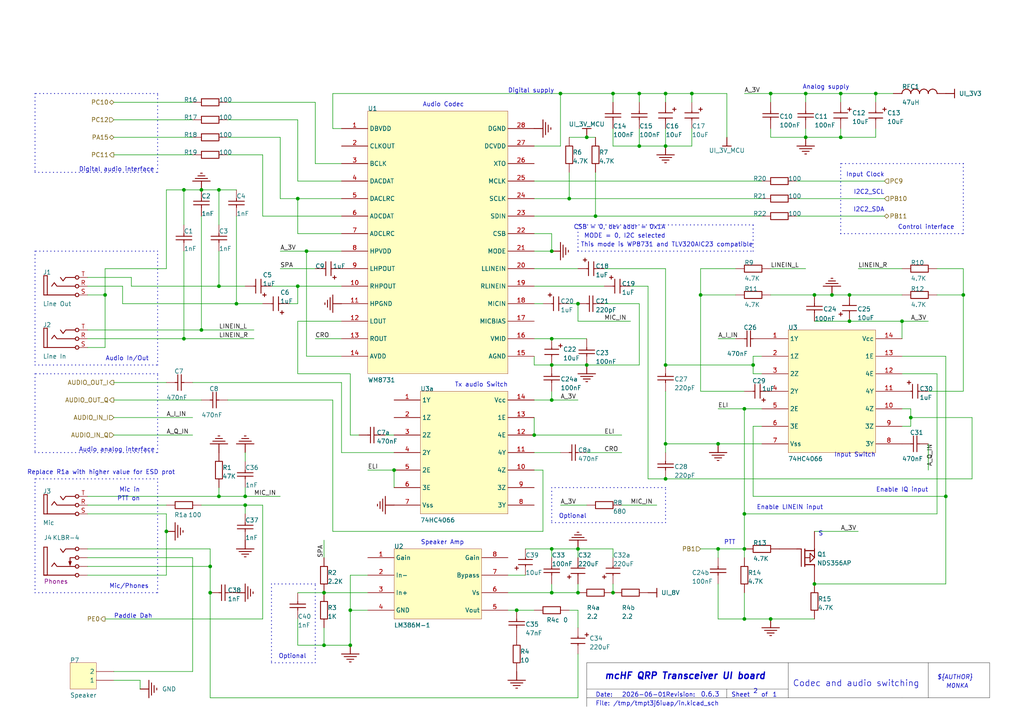
<source format=kicad_sch>
(kicad_sch (version 20231120) (generator "eeschema") (generator_version "8.0")
  (paper "A4")
  (title_block (title "mcHF QRP Transceiver UI board") (rev "0.6.3") (company "M0NKA"))
  (junction (at 203.2 85.5472))
  (junction (at 93.98 187.1472))
  (junction (at 193.04 128.7272))
  (junction (at 233.68 27.1272))
  (junction (at 200.66 27.1272))
  (junction (at 160.02 105.8672))
  (junction (at 177.8 171.9072))
  (junction (at 236.22 85.5472))
  (junction (at 193.04 138.8872))
  (junction (at 185.42 27.1272))
  (junction (at 167.64 88.0872))
  (junction (at 215.9 179.5272))
  (junction (at 193.04 42.3672))
  (junction (at 233.68 39.8272))
  (junction (at 243.84 27.1272))
  (junction (at 208.28 159.2072))
  (junction (at 58.42 95.7072))
  (junction (at 63.5 55.0672))
  (junction (at 30.48 85.5472))
  (junction (at 165.1 57.6072))
  (junction (at 63.5 83.0072))
  (junction (at 53.34 55.0672))
  (junction (at 60.96 171.9072))
  (junction (at 101.6 176.9872))
  (junction (at 215.9 149.0472))
  (junction (at 63.5 143.9672))
  (junction (at 58.42 55.0672))
  (junction (at 246.38 93.1672))
  (junction (at 154.94 126.1872))
  (junction (at 193.04 27.1272))
  (junction (at 71.12 146.5072))
  (junction (at 160.02 116.0272))
  (junction (at 215.9 159.2072))
  (junction (at 223.52 27.1272))
  (junction (at 218.44 105.8672))
  (junction (at 215.9 118.5672))
  (junction (at 160.02 98.2472))
  (junction (at 60.96 164.2872))
  (junction (at 241.3 85.5472))
  (junction (at 53.34 98.2472))
  (junction (at 170.18 105.8672))
  (junction (at 101.6 187.1472))
  (junction (at 261.62 93.1672))
  (junction (at 177.8 27.1272))
  (junction (at 279.4 85.5472))
  (junction (at 274.32 143.9672))
  (junction (at 254 27.1272))
  (junction (at 172.72 62.6872))
  (junction (at 264.16 121.1072))
  (junction (at 243.84 39.8272))
  (junction (at 86.36 57.6072))
  (junction (at 185.42 42.3672))
  (junction (at 208.28 128.7272))
  (junction (at 160.02 171.9072))
  (junction (at 149.86 176.9872))
  (junction (at 223.52 179.5272))
  (junction (at 71.12 143.9672))
  (junction (at 88.9 72.8472))
  (junction (at 160.02 72.8472))
  (junction (at 193.04 105.8672))
  (junction (at 160.02 159.2072))
  (junction (at 246.38 85.5472))
  (junction (at 170.18 39.8272))
  (junction (at 86.36 83.0072))
  (junction (at 68.58 88.0872))
  (junction (at 162.56 27.1272))
  (junction (at 167.64 171.9072))
  (junction (at 93.98 171.9072))
  (junction (at 114.3 136.3472))
  (junction (at 236.22 169.3672))
  (junction (at 48.26 154.1272))
  (junction (at 167.64 159.2072))
  (wire (pts (xy 154.94 77.9272) (xy 167.64 77.9272)))
  (wire (pts (xy 157.48 154.1272) (xy 157.48 136.3472)))
  (wire (pts (xy 160.02 67.7672) (xy 160.02 72.8472)))
  (wire (pts (xy 81.28 39.8272) (xy 66.04 39.8272)))
  (wire (pts (xy 99.06 37.2872) (xy 96.52 37.2872)))
  (wire (pts (xy 93.98 161.7472) (xy 93.98 156.6672)))
  (wire (pts (xy 236.22 179.5272) (xy 223.52 179.5272)))
  (wire (pts (xy 53.34 55.0672) (xy 58.42 55.0672)))
  (wire (pts (xy 218.44 103.3272) (xy 218.44 105.8672)))
  (wire (pts (xy 165.1 88.0872) (xy 167.64 88.0872)))
  (wire (pts (xy 71.12 83.0072) (xy 63.5 83.0072)))
  (wire (pts (xy 93.98 187.1472) (xy 101.6 187.1472)))
  (wire (pts (xy 236.22 169.3672) (xy 274.32 169.3672)))
  (wire (pts (xy 231.14 57.6072) (xy 256.54 57.6072)))
  (wire (pts (xy 58.42 95.7072) (xy 58.42 62.6872)))
  (wire (pts (xy 157.48 136.3472) (xy 154.94 136.3472)))
  (wire (pts (xy 55.88 194.7672) (xy 33.02 194.7672)))
  (wire (pts (xy 93.98 187.1472) (xy 93.98 182.0672)))
  (polyline (pts (xy 160.02 141.4272) (xy 160.02 151.5872)) (stroke (width 0.254) (type dot) (color 0 0 180 1)))
  (wire (pts (xy 86.36 57.6072) (xy 99.06 57.6072)))
  (wire (pts (xy 233.68 27.1272) (xy 223.52 27.1272)))
  (wire (pts (xy 215.9 179.5272) (xy 215.9 171.9072)))
  (wire (pts (xy 259.08 27.1272) (xy 254 27.1272)))
  (wire (pts (xy 261.62 118.5672) (xy 264.16 118.5672)))
  (wire (pts (xy 279.4 85.5472) (xy 279.4 77.9272)))
  (wire (pts (xy 193.04 105.8672) (xy 218.44 105.8672)))
  (wire (pts (xy 236.22 154.1272) (xy 248.92 154.1272)))
  (wire (pts (xy 248.92 77.9272) (xy 261.62 77.9272)))
  (wire (pts (xy 55.88 161.7472) (xy 55.88 194.7672)))
  (wire (pts (xy 200.66 42.3672) (xy 200.66 37.2872)))
  (wire (pts (xy 264.16 121.1072) (xy 264.16 123.6472)))
  (wire (pts (xy 86.36 83.0072) (xy 78.74 83.0072)))
  (polyline (pts (xy 10.16 27.1272) (xy 10.16 49.9872)) (stroke (width 0.254) (type dot) (color 0 0 180 1)))
  (wire (pts (xy 167.64 159.2072) (xy 160.02 159.2072)))
  (wire (pts (xy 154.94 105.8672) (xy 160.02 105.8672)))
  (wire (pts (xy 30.48 85.5472) (xy 30.48 77.9272)))
  (wire (pts (xy 99.06 110.9472) (xy 99.06 131.2672)))
  (wire (pts (xy 208.28 128.7272) (xy 193.04 128.7272)))
  (wire (pts (xy 223.52 39.8272) (xy 233.68 39.8272)))
  (wire (pts (xy 154.94 88.0872) (xy 157.48 88.0872)))
  (wire (pts (xy 167.64 176.9872) (xy 167.64 182.0672)))
  (wire (pts (xy 30.48 100.7872) (xy 30.48 85.5472)))
  (wire (pts (xy 71.12 133.8072) (xy 71.12 131.2672)))
  (wire (pts (xy 154.94 126.1872) (xy 180.34 126.1872)))
  (wire (pts (xy 246.38 85.5472) (xy 261.62 85.5472)))
  (wire (pts (xy 25.4 164.2872) (xy 60.96 164.2872)))
  (polyline (pts (xy 287.02 192.2272) (xy 170.18 192.2272)) (stroke (width 0.0254) (type solid) (color 0 0 0 1)))
  (polyline (pts (xy 167.64 65.2272) (xy 167.64 72.8472)) (stroke (width 0.254) (type dot) (color 0 0 180 1)))
  (wire (pts (xy 154.94 121.1072) (xy 154.94 126.1872)))
  (wire (pts (xy 231.14 52.5272) (xy 256.54 52.5272)))
  (polyline (pts (xy 78.74 169.3672) (xy 78.74 192.2272)) (stroke (width 0.254) (type dot) (color 0 0 180 1)))
  (wire (pts (xy 88.9 72.8472) (xy 81.28 72.8472)))
  (wire (pts (xy 60.96 164.2872) (xy 60.96 171.9072)))
  (wire (pts (xy 223.52 77.9272) (xy 233.68 77.9272)))
  (wire (pts (xy 58.42 55.0672) (xy 63.5 55.0672)))
  (wire (pts (xy 63.5 83.0072) (xy 38.1 83.0072)))
  (wire (pts (xy 154.94 131.2672) (xy 162.56 131.2672)))
  (wire (pts (xy 165.1 39.8272) (xy 170.18 39.8272)))
  (wire (pts (xy 91.44 29.6672) (xy 91.44 47.4472)))
  (wire (pts (xy 149.86 176.9872) (xy 154.94 176.9872)))
  (wire (pts (xy 175.26 88.0872) (xy 185.42 88.0872)))
  (wire (pts (xy 223.52 179.5272) (xy 215.9 179.5272)))
  (wire (pts (xy 83.82 88.0872) (xy 86.36 88.0872)))
  (wire (pts (xy 154.94 98.2472) (xy 160.02 98.2472)))
  (polyline (pts (xy 170.18 199.8472) (xy 228.6 199.8472)) (stroke (width 0.0254) (type solid) (color 0 0 0 1)))
  (wire (pts (xy 264.16 118.5672) (xy 264.16 121.1072)))
  (wire (pts (xy 99.06 93.1672) (xy 86.36 93.1672)))
  (polyline (pts (xy 45.72 108.4072) (xy 10.16 108.4072)) (stroke (width 0.254) (type dot) (color 0 0 180 1)))
  (wire (pts (xy 167.64 202.3872) (xy 167.64 189.6872)))
  (polyline (pts (xy 167.64 72.8472) (xy 218.44 72.8472)) (stroke (width 0.254) (type dot) (color 0 0 180 1)))
  (wire (pts (xy 185.42 29.6672) (xy 185.42 27.1272)))
  (wire (pts (xy 33.02 44.9072) (xy 55.88 44.9072)))
  (wire (pts (xy 93.98 171.9072) (xy 86.36 171.9072)))
  (wire (pts (xy 218.44 105.8672) (xy 218.44 108.4072)))
  (wire (pts (xy 185.42 42.3672) (xy 185.42 37.2872)))
  (polyline (pts (xy 91.44 192.2272) (xy 91.44 169.3672)) (stroke (width 0.254) (type dot) (color 0 0 180 1)))
  (wire (pts (xy 177.8 159.2072) (xy 167.64 159.2072)))
  (wire (pts (xy 243.84 29.6672) (xy 243.84 27.1272)))
  (wire (pts (xy 170.18 39.8272) (xy 172.72 39.8272)))
  (wire (pts (xy 63.5 83.0072) (xy 63.5 72.8472)))
  (wire (pts (xy 25.4 83.0072) (xy 35.56 83.0072)))
  (wire (pts (xy 185.42 105.8672) (xy 170.18 105.8672)))
  (wire (pts (xy 86.36 108.4072) (xy 101.6 108.4072)))
  (polyline (pts (xy 243.84 47.4472) (xy 243.84 67.7672)) (stroke (width 0.254) (type dot) (color 0 0 180 1)))
  (wire (pts (xy 165.1 49.9872) (xy 165.1 57.6072)))
  (wire (pts (xy 33.02 121.1072) (xy 55.88 121.1072)))
  (wire (pts (xy 261.62 93.1672) (xy 269.24 93.1672)))
  (wire (pts (xy 111.76 126.1872) (xy 114.3 126.1872)))
  (wire (pts (xy 236.22 93.1672) (xy 246.38 93.1672)))
  (wire (pts (xy 86.36 88.0872) (xy 86.36 83.0072)))
  (wire (pts (xy 233.68 39.8272) (xy 233.68 37.2872)))
  (wire (pts (xy 165.1 176.9872) (xy 167.64 176.9872)))
  (wire (pts (xy 99.06 72.8472) (xy 88.9 72.8472)))
  (wire (pts (xy 160.02 171.9072) (xy 160.02 169.3672)))
  (wire (pts (xy 25.4 143.9672) (xy 63.5 143.9672)))
  (wire (pts (xy 66.04 34.7472) (xy 86.36 34.7472)))
  (wire (pts (xy 48.26 154.1272) (xy 48.26 149.0472)))
  (wire (pts (xy 25.4 166.8272) (xy 48.26 166.8272)))
  (wire (pts (xy 38.1 83.0072) (xy 38.1 80.4672)))
  (wire (pts (xy 114.3 141.4272) (xy 114.3 136.3472)))
  (wire (pts (xy 220.98 103.3272) (xy 218.44 103.3272)))
  (wire (pts (xy 193.04 42.3672) (xy 200.66 42.3672)))
  (wire (pts (xy 177.8 29.6672) (xy 177.8 27.1272)))
  (wire (pts (xy 167.64 93.1672) (xy 182.88 93.1672)))
  (wire (pts (xy 274.32 103.3272) (xy 261.62 103.3272)))
  (wire (pts (xy 269.24 113.4872) (xy 279.4 113.4872)))
  (wire (pts (xy 154.94 103.3272) (xy 154.94 105.8672)))
  (wire (pts (xy 63.5 143.9672) (xy 71.12 143.9672)))
  (wire (pts (xy 193.04 29.6672) (xy 193.04 27.1272)))
  (wire (pts (xy 213.36 85.5472) (xy 203.2 85.5472)))
  (polyline (pts (xy 45.72 72.8472) (xy 10.16 72.8472)) (stroke (width 0.254) (type dot) (color 0 0 180 1)))
  (polyline (pts (xy 78.74 192.2272) (xy 91.44 192.2272)) (stroke (width 0.254) (type dot) (color 0 0 180 1)))
  (wire (pts (xy 187.96 83.0072) (xy 187.96 138.8872)))
  (wire (pts (xy 58.42 146.5072) (xy 71.12 146.5072)))
  (wire (pts (xy 66.04 116.0272) (xy 96.52 116.0272)))
  (wire (pts (xy 160.02 98.2472) (xy 170.18 98.2472)))
  (wire (pts (xy 101.6 166.8272) (xy 106.68 166.8272)))
  (wire (pts (xy 165.1 57.6072) (xy 220.98 57.6072)))
  (wire (pts (xy 243.84 39.8272) (xy 254 39.8272)))
  (wire (pts (xy 271.78 149.0472) (xy 271.78 108.4072)))
  (wire (pts (xy 254 39.8272) (xy 254 37.2872)))
  (wire (pts (xy 60.96 202.3872) (xy 167.64 202.3872)))
  (wire (pts (xy 208.28 179.5272) (xy 215.9 179.5272)))
  (wire (pts (xy 25.4 100.7872) (xy 30.48 100.7872)))
  (wire (pts (xy 48.26 77.9272) (xy 48.26 55.0672)))
  (wire (pts (xy 86.36 57.6072) (xy 81.28 57.6072)))
  (wire (pts (xy 223.52 27.1272) (xy 215.9 27.1272)))
  (wire (pts (xy 162.56 27.1272) (xy 177.8 27.1272)))
  (wire (pts (xy 208.28 159.2072) (xy 203.2 159.2072)))
  (wire (pts (xy 91.44 77.9272) (xy 81.28 77.9272)))
  (wire (pts (xy 220.98 123.6472) (xy 218.44 123.6472)))
  (wire (pts (xy 208.28 169.3672) (xy 208.28 179.5272)))
  (wire (pts (xy 160.02 116.0272) (xy 167.64 116.0272)))
  (wire (pts (xy 160.02 72.8472) (xy 154.94 72.8472)))
  (wire (pts (xy 25.4 146.5072) (xy 48.26 146.5072)))
  (wire (pts (xy 76.2 44.9072) (xy 76.2 62.6872)))
  (wire (pts (xy 172.72 49.9872) (xy 172.72 62.6872)))
  (wire (pts (xy 147.32 176.9872) (xy 149.86 176.9872)))
  (wire (pts (xy 215.9 118.5672) (xy 208.28 118.5672)))
  (polyline (pts (xy 269.24 192.2272) (xy 269.24 202.3872)) (stroke (width 0.0254) (type solid) (color 0 0 0 1)))
  (wire (pts (xy 76.2 62.6872) (xy 99.06 62.6872)))
  (wire (pts (xy 81.28 57.6072) (xy 81.28 39.8272)))
  (wire (pts (xy 218.44 143.9672) (xy 274.32 143.9672)))
  (wire (pts (xy 99.06 67.7672) (xy 86.36 67.7672)))
  (wire (pts (xy 177.8 27.1272) (xy 185.42 27.1272)))
  (wire (pts (xy 203.2 113.4872) (xy 215.9 113.4872)))
  (wire (pts (xy 68.58 88.0872) (xy 76.2 88.0872)))
  (wire (pts (xy 60.96 171.9072) (xy 60.96 202.3872)))
  (wire (pts (xy 86.36 187.1472) (xy 93.98 187.1472)))
  (polyline (pts (xy 160.02 151.5872) (xy 193.04 151.5872)) (stroke (width 0.254) (type dot) (color 0 0 180 1)))
  (wire (pts (xy 63.5 141.4272) (xy 63.5 143.9672)))
  (wire (pts (xy 147.32 166.8272) (xy 152.4 166.8272)))
  (polyline (pts (xy 10.16 108.4072) (xy 10.16 131.2672)) (stroke (width 0.254) (type dot) (color 0 0 180 1)))
  (polyline (pts (xy 10.16 105.8672) (xy 45.72 105.8672)) (stroke (width 0.254) (type dot) (color 0 0 180 1)))
  (wire (pts (xy 25.4 161.7472) (xy 55.88 161.7472)))
  (wire (pts (xy 71.12 146.5072) (xy 76.2 146.5072)))
  (wire (pts (xy 281.94 138.8872) (xy 281.94 121.1072)))
  (wire (pts (xy 193.04 42.3672) (xy 193.04 37.2872)))
  (wire (pts (xy 48.26 149.0472) (xy 25.4 149.0472)))
  (wire (pts (xy 147.32 171.9072) (xy 160.02 171.9072)))
  (wire (pts (xy 274.32 143.9672) (xy 274.32 103.3272)))
  (wire (pts (xy 160.02 105.8672) (xy 170.18 105.8672)))
  (wire (pts (xy 99.06 83.0072) (xy 86.36 83.0072)))
  (wire (pts (xy 101.6 176.9872) (xy 106.68 176.9872)))
  (wire (pts (xy 33.02 29.6672) (xy 55.88 29.6672)))
  (wire (pts (xy 60.96 164.2872) (xy 60.96 159.2072)))
  (wire (pts (xy 40.64 197.3072) (xy 40.64 199.8472)))
  (wire (pts (xy 88.9 103.3272) (xy 99.06 103.3272)))
  (wire (pts (xy 193.04 27.1272) (xy 200.66 27.1272)))
  (wire (pts (xy 53.34 98.2472) (xy 53.34 72.8472)))
  (polyline (pts (xy 10.16 171.9072) (xy 45.72 171.9072)) (stroke (width 0.254) (type dot) (color 0 0 180 1)))
  (wire (pts (xy 170.18 131.2672) (xy 180.34 131.2672)))
  (wire (pts (xy 96.52 27.1272) (xy 162.56 27.1272)))
  (wire (pts (xy 193.04 128.7272) (xy 193.04 113.4872)))
  (wire (pts (xy 71.12 141.4272) (xy 71.12 143.9672)))
  (wire (pts (xy 180.34 146.5072) (xy 190.5 146.5072)))
  (wire (pts (xy 279.4 113.4872) (xy 279.4 85.5472)))
  (wire (pts (xy 63.5 55.0672) (xy 68.58 55.0672)))
  (wire (pts (xy 114.3 136.3472) (xy 106.68 136.3472)))
  (wire (pts (xy 91.44 47.4472) (xy 99.06 47.4472)))
  (polyline (pts (xy 45.72 171.9072) (xy 45.72 138.8872)) (stroke (width 0.254) (type dot) (color 0 0 180 1)))
  (polyline (pts (xy 45.72 105.8672) (xy 45.72 72.8472)) (stroke (width 0.254) (type dot) (color 0 0 180 1)))
  (wire (pts (xy 71.12 149.0472) (xy 71.12 146.5072)))
  (wire (pts (xy 200.66 27.1272) (xy 210.82 27.1272)))
  (polyline (pts (xy 193.04 151.5872) (xy 193.04 141.4272)) (stroke (width 0.254) (type dot) (color 0 0 180 1)))
  (polyline (pts (xy 243.84 67.7672) (xy 279.4 67.7672)) (stroke (width 0.254) (type dot) (color 0 0 180 1)))
  (wire (pts (xy 48.26 55.0672) (xy 53.34 55.0672)))
  (wire (pts (xy 154.94 52.5272) (xy 220.98 52.5272)))
  (wire (pts (xy 185.42 88.0872) (xy 185.42 105.8672)))
  (wire (pts (xy 25.4 98.2472) (xy 53.34 98.2472)))
  (polyline (pts (xy 193.04 141.4272) (xy 160.02 141.4272)) (stroke (width 0.254) (type dot) (color 0 0 180 1)))
  (wire (pts (xy 154.94 62.6872) (xy 172.72 62.6872)))
  (polyline (pts (xy 261.62 202.3872) (xy 170.18 202.3872)) (stroke (width 0.0254) (type solid) (color 0 0 0 1)))
  (wire (pts (xy 261.62 93.1672) (xy 261.62 98.2472)))
  (polyline (pts (xy 210.82 199.8472) (xy 210.82 202.3872)) (stroke (width 0.0254) (type solid) (color 0 0 0 1)))
  (wire (pts (xy 177.8 42.3672) (xy 185.42 42.3672)))
  (wire (pts (xy 162.56 42.3672) (xy 154.94 42.3672)))
  (wire (pts (xy 48.26 166.8272) (xy 48.26 154.1272)))
  (wire (pts (xy 177.8 169.3672) (xy 177.8 171.9072)))
  (wire (pts (xy 236.22 85.5472) (xy 241.3 85.5472)))
  (wire (pts (xy 271.78 108.4072) (xy 261.62 108.4072)))
  (polyline (pts (xy 45.72 49.9872) (xy 45.72 27.1272)) (stroke (width 0.254) (type dot) (color 0 0 180 1)))
  (polyline (pts (xy 45.72 138.8872) (xy 10.16 138.8872)) (stroke (width 0.254) (type dot) (color 0 0 180 1)))
  (wire (pts (xy 223.52 37.2872) (xy 223.52 39.8272)))
  (wire (pts (xy 215.9 159.2072) (xy 208.28 159.2072)))
  (wire (pts (xy 193.04 131.2672) (xy 193.04 128.7272)))
  (wire (pts (xy 193.04 77.9272) (xy 193.04 105.8672)))
  (wire (pts (xy 96.52 37.2872) (xy 96.52 27.1272)))
  (polyline (pts (xy 261.62 202.3872) (xy 287.02 202.3872)) (stroke (width 0.0254) (type solid) (color 0 0 0 1)))
  (wire (pts (xy 160.02 171.9072) (xy 167.64 171.9072)))
  (wire (pts (xy 223.52 29.6672) (xy 223.52 27.1272)))
  (polyline (pts (xy 10.16 131.2672) (xy 45.72 131.2672)) (stroke (width 0.254) (type dot) (color 0 0 180 1)))
  (wire (pts (xy 63.5 65.2272) (xy 63.5 55.0672)))
  (wire (pts (xy 35.56 83.0072) (xy 35.56 88.0872)))
  (polyline (pts (xy 279.4 67.7672) (xy 279.4 47.4472)) (stroke (width 0.254) (type dot) (color 0 0 180 1)))
  (wire (pts (xy 33.02 197.3072) (xy 40.64 197.3072)))
  (wire (pts (xy 279.4 77.9272) (xy 271.78 77.9272)))
  (wire (pts (xy 231.14 62.6872) (xy 256.54 62.6872)))
  (wire (pts (xy 218.44 123.6472) (xy 218.44 143.9672)))
  (wire (pts (xy 160.02 113.4872) (xy 160.02 116.0272)))
  (wire (pts (xy 76.2 146.5072) (xy 76.2 179.5272)))
  (wire (pts (xy 167.64 88.0872) (xy 167.64 93.1672)))
  (wire (pts (xy 220.98 128.7272) (xy 208.28 128.7272)))
  (wire (pts (xy 66.04 44.9072) (xy 76.2 44.9072)))
  (wire (pts (xy 215.9 161.7472) (xy 215.9 159.2072)))
  (wire (pts (xy 154.94 116.0272) (xy 160.02 116.0272)))
  (wire (pts (xy 233.68 39.8272) (xy 243.84 39.8272)))
  (wire (pts (xy 182.88 83.0072) (xy 187.96 83.0072)))
  (wire (pts (xy 101.6 187.1472) (xy 101.6 176.9872)))
  (wire (pts (xy 281.94 121.1072) (xy 264.16 121.1072)))
  (wire (pts (xy 177.8 161.7472) (xy 177.8 159.2072)))
  (wire (pts (xy 160.02 159.2072) (xy 160.02 161.7472)))
  (wire (pts (xy 170.18 146.5072) (xy 162.56 146.5072)))
  (wire (pts (xy 243.84 37.2872) (xy 243.84 39.8272)))
  (wire (pts (xy 167.64 161.7472) (xy 167.64 159.2072)))
  (wire (pts (xy 86.36 93.1672) (xy 86.36 108.4072)))
  (wire (pts (xy 167.64 169.3672) (xy 167.64 171.9072)))
  (polyline (pts (xy 170.18 192.2272) (xy 170.18 204.9272)) (stroke (width 0.0254) (type solid) (color 0 0 0 1)))
  (wire (pts (xy 58.42 95.7072) (xy 73.66 95.7072)))
  (wire (pts (xy 203.2 85.5472) (xy 203.2 113.4872)))
  (wire (pts (xy 76.2 179.5272) (xy 30.48 179.5272)))
  (wire (pts (xy 66.04 29.6672) (xy 91.44 29.6672)))
  (polyline (pts (xy 218.44 65.2272) (xy 167.64 65.2272)) (stroke (width 0.254) (type dot) (color 0 0 180 1)))
  (wire (pts (xy 60.96 159.2072) (xy 25.4 159.2072)))
  (wire (pts (xy 33.02 110.9472) (xy 48.26 110.9472)))
  (wire (pts (xy 96.52 154.1272) (xy 157.48 154.1272)))
  (wire (pts (xy 200.66 29.6672) (xy 200.66 27.1272)))
  (wire (pts (xy 33.02 126.1872) (xy 55.88 126.1872)))
  (wire (pts (xy 33.02 116.0272) (xy 58.42 116.0272)))
  (polyline (pts (xy 45.72 27.1272) (xy 10.16 27.1272)) (stroke (width 0.254) (type dot) (color 0 0 180 1)))
  (wire (pts (xy 86.36 179.5272) (xy 86.36 187.1472)))
  (wire (pts (xy 55.88 110.9472) (xy 99.06 110.9472)))
  (wire (pts (xy 246.38 93.1672) (xy 261.62 93.1672)))
  (wire (pts (xy 213.36 77.9272) (xy 203.2 77.9272)))
  (wire (pts (xy 152.4 159.2072) (xy 160.02 159.2072)))
  (wire (pts (xy 154.94 67.7672) (xy 160.02 67.7672)))
  (wire (pts (xy 68.58 88.0872) (xy 68.58 62.6872)))
  (wire (pts (xy 269.24 128.7272) (xy 269.24 136.3472)))
  (wire (pts (xy 187.96 138.8872) (xy 193.04 138.8872)))
  (wire (pts (xy 271.78 85.5472) (xy 279.4 85.5472)))
  (wire (pts (xy 86.36 34.7472) (xy 86.36 52.5272)))
  (wire (pts (xy 264.16 123.6472) (xy 261.62 123.6472)))
  (wire (pts (xy 208.28 98.2472) (xy 213.36 98.2472)))
  (wire (pts (xy 96.52 116.0272) (xy 96.52 154.1272)))
  (wire (pts (xy 162.56 27.1272) (xy 162.56 42.3672)))
  (wire (pts (xy 254 29.6672) (xy 254 27.1272)))
  (wire (pts (xy 86.36 52.5272) (xy 99.06 52.5272)))
  (wire (pts (xy 154.94 57.6072) (xy 165.1 57.6072)))
  (wire (pts (xy 215.9 149.0472) (xy 271.78 149.0472)))
  (wire (pts (xy 215.9 118.5672) (xy 215.9 149.0472)))
  (wire (pts (xy 210.82 27.1272) (xy 210.82 39.8272)))
  (wire (pts (xy 106.68 171.9072) (xy 93.98 171.9072)))
  (wire (pts (xy 99.06 98.2472) (xy 91.44 98.2472)))
  (wire (pts (xy 101.6 176.9872) (xy 101.6 166.8272)))
  (wire (pts (xy 203.2 77.9272) (xy 203.2 85.5472)))
  (wire (pts (xy 175.26 77.9272) (xy 193.04 77.9272)))
  (wire (pts (xy 99.06 131.2672) (xy 114.3 131.2672)))
  (wire (pts (xy 25.4 95.7072) (xy 58.42 95.7072)))
  (polyline (pts (xy 287.02 202.3872) (xy 287.02 192.2272)) (stroke (width 0.0254) (type solid) (color 0 0 0 1)))
  (wire (pts (xy 177.8 37.2872) (xy 177.8 42.3672)))
  (wire (pts (xy 53.34 98.2472) (xy 73.66 98.2472)))
  (wire (pts (xy 243.84 27.1272) (xy 233.68 27.1272)))
  (wire (pts (xy 33.02 34.7472) (xy 55.88 34.7472)))
  (wire (pts (xy 208.28 161.7472) (xy 208.28 159.2072)))
  (polyline (pts (xy 10.16 138.8872) (xy 10.16 171.9072)) (stroke (width 0.254) (type dot) (color 0 0 180 1)))
  (wire (pts (xy 233.68 29.6672) (xy 233.68 27.1272)))
  (wire (pts (xy 172.72 62.6872) (xy 220.98 62.6872)))
  (wire (pts (xy 193.04 138.8872) (xy 281.94 138.8872)))
  (polyline (pts (xy 218.44 72.8472) (xy 218.44 65.2272)) (stroke (width 0.254) (type dot) (color 0 0 180 1)))
  (wire (pts (xy 223.52 113.4872) (xy 220.98 113.4872)))
  (wire (pts (xy 254 27.1272) (xy 243.84 27.1272)))
  (wire (pts (xy 53.34 55.0672) (xy 53.34 65.2272)))
  (wire (pts (xy 101.6 126.1872) (xy 104.14 126.1872)))
  (polyline (pts (xy 228.6 192.2272) (xy 228.6 202.3872)) (stroke (width 0.0254) (type solid) (color 0 0 0 1)))
  (wire (pts (xy 35.56 88.0872) (xy 68.58 88.0872)))
  (wire (pts (xy 241.3 85.5472) (xy 246.38 85.5472)))
  (wire (pts (xy 185.42 27.1272) (xy 193.04 27.1272)))
  (wire (pts (xy 220.98 118.5672) (xy 215.9 118.5672)))
  (wire (pts (xy 86.36 67.7672) (xy 86.36 57.6072)))
  (wire (pts (xy 101.6 108.4072) (xy 101.6 126.1872)))
  (wire (pts (xy 30.48 77.9272) (xy 48.26 77.9272)))
  (polyline (pts (xy 45.72 131.2672) (xy 45.72 108.4072)) (stroke (width 0.254) (type dot) (color 0 0 180 1)))
  (wire (pts (xy 38.1 80.4672) (xy 25.4 80.4672)))
  (polyline (pts (xy 10.16 49.9872) (xy 45.72 49.9872)) (stroke (width 0.254) (type dot) (color 0 0 180 1)))
  (wire (pts (xy 71.12 143.9672) (xy 81.28 143.9672)))
  (wire (pts (xy 25.4 85.5472) (xy 30.48 85.5472)))
  (wire (pts (xy 88.9 72.8472) (xy 88.9 103.3272)))
  (wire (pts (xy 154.94 83.0072) (xy 175.26 83.0072)))
  (polyline (pts (xy 279.4 47.4472) (xy 243.84 47.4472)) (stroke (width 0.254) (type dot) (color 0 0 180 1)))
  (wire (pts (xy 223.52 85.5472) (xy 236.22 85.5472)))
  (wire (pts (xy 274.32 169.3672) (xy 274.32 143.9672)))
  (wire (pts (xy 33.02 39.8272) (xy 55.88 39.8272)))
  (wire (pts (xy 218.44 108.4072) (xy 220.98 108.4072)))
  (polyline (pts (xy 10.16 72.8472) (xy 10.16 105.8672)) (stroke (width 0.254) (type dot) (color 0 0 180 1)))
  (wire (pts (xy 185.42 42.3672) (xy 193.04 42.3672)))
  (polyline (pts (xy 91.44 169.3672) (xy 78.74 169.3672)) (stroke (width 0.254) (type dot) (color 0 0 180 1)))
  (wire (pts (xy 215.9 149.0472) (xy 215.9 159.2072)))
  (text "Audio Codec" (at 134.62 29.6672 0) (effects (font (size 1.27 1.27)) (justify right top)))
  (text "${TITLE}" (at 175.26 197.3072 0) (effects (font (size 1.905 1.905) (thickness 0.381) (bold yes) (italic yes)) (justify left bottom)))
  (text "Control interface" (at 276.86 65.2272 0) (effects (font (size 1.27 1.27)) (justify right top)))
  (text "Input Switch" (at 254 131.2672 0) (effects (font (size 1.27 1.27)) (justify right top)))
  (text "of" (at 220.726 202.3872 0) (effects (font (size 1.27 1.27)) (justify left bottom)))
  (text "Codec and audio switching" (at 266.7 197.3072 0) (effects (font (size 1.778 1.778)) (justify right top)))
  (text "${##}" (at 224.028 202.3872 0) (effects (font (size 1.27 1.27)) (justify left bottom)))
  (text "2" (at 218.44 199.8472 0) (effects (font (size 1.27 1.27)) (justify left top)))
  (text "${CURRENT_DATE}" (at 180.34 202.3872 0) (effects (font (size 1.27 1.27)) (justify left bottom)))
  (text "Replace R1a with higher value for ESD prot" (at 50.8 136.3472 0) (effects (font (size 1.27 1.27)) (justify right top)))
  (text "File:" (at 172.72 204.9272 0) (effects (font (size 1.27 1.27)) (justify left bottom)))
  (text "Optional" (at 88.9 189.6872 0) (effects (font (size 1.27 1.27)) (justify right top)))
  (text "${REVISION}" (at 203.2 202.3872 0) (effects (font (size 1.397 1.397)) (justify left bottom)))
  (text "Mic in" (at 40.64 141.4272 0) (effects (font (size 1.27 1.27)) (justify right top)))
  (text "CSB = 0, dev addr = 0x1A" (at 193.04 65.2272 0) (effects (font (size 1.27 1.27)) (justify right top)))
  (text "Audio In/Out" (at 43.18 103.3272 0) (effects (font (size 1.27 1.27)) (justify right top)))
  (text "${AUTHOR}" (at 271.78 197.3072 0) (effects (font (size 1.27 1.27) (italic yes)) (justify left bottom)))
  (text "Digital audio interface" (at 22.86 49.9872 0) (effects (font (size 1.27 1.27)) (justify left bottom)))
  (text "Optional" (at 170.18 149.0472 0) (effects (font (size 1.27 1.27)) (justify right top)))
  (text "Analog supply" (at 246.38 24.5872 0) (effects (font (size 1.27 1.27)) (justify right top)))
  (text "Digital supply" (at 147.32 27.1272 0) (effects (font (size 1.27 1.27)) (justify left bottom)))
  (text "${FILEPATH}" (at 177.8 204.9272 0) (effects (font (size 1.27 1.27)) (justify left bottom)))
  (text "Enable IQ input" (at 269.24 141.4272 0) (effects (font (size 1.27 1.27)) (justify right top)))
  (text "Revision:" (at 193.04 202.3872 0) (effects (font (size 1.27 1.27)) (justify left bottom)))
  (text "Sheet" (at 212.09 202.3872 0) (effects (font (size 1.27 1.27)) (justify left bottom)))
  (text "Paddle Dah" (at 33.02 179.5272 0) (effects (font (size 1.27 1.27)) (justify left bottom)))
  (text "Audio analog interface" (at 22.86 131.2672 0) (effects (font (size 1.27 1.27)) (justify left bottom)))
  (text "I2C2_SCL" (at 256.54 55.0672 0) (effects (font (size 1.27 1.27)) (justify right top)))
  (text "PTT" (at 213.36 156.6672 0) (effects (font (size 1.27 1.27)) (justify right top)))
  (text "S" (at 238.76 154.1272 0) (effects (font (size 1.27 1.27)) (justify right top)))
  (text "I2C2_SDA" (at 256.54 60.1472 0) (effects (font (size 1.27 1.27)) (justify right top)))
  (text "Speaker Amp" (at 134.62 156.6672 0) (effects (font (size 1.27 1.27)) (justify right top)))
  (text "Tx audio Switch" (at 147.32 110.9472 0) (effects (font (size 1.27 1.27)) (justify right top)))
  (text "Input Clock" (at 256.54 49.9872 0) (effects (font (size 1.27 1.27)) (justify right top)))
  (text "PTT on" (at 40.64 143.9672 0) (effects (font (size 1.27 1.27)) (justify right top)))
  (text "MODE = 0, I2C selected" (at 193.04 67.7672 0) (effects (font (size 1.27 1.27)) (justify right top)))
  (text "${COMPANY}" (at 274.32 199.8472 0) (effects (font (size 1.27 1.27) (italic yes)) (justify left bottom)))
  (text "This mode is WP8731 and TLV320AIC23 compatible" (at 218.44 70.3072 0) (effects (font (size 1.27 1.27)) (justify right top)))
  (text "Enable LINEIN input" (at 238.76 146.5072 0) (effects (font (size 1.27 1.27)) (justify right top)))
  (text "Mic/Phones" (at 43.18 169.3672 0) (effects (font (size 1.27 1.27)) (justify right top)))
  (text "Date:" (at 172.72 202.3872 0) (effects (font (size 1.27 1.27)) (justify left bottom)))
  (label "SPA" (at 93.98 161.7472 90))
  (label "A_3V" (at 264.16 93.1672 0))
  (label "A_I_IN" (at 208.28 98.2472 0))
  (label "LINEIN_R" (at 248.92 77.9272 0))
  (label "A_3V" (at 243.84 154.1272 0))
  (label "MIC_IN" (at 73.66 143.9672 0))
  (label "A_3V" (at 215.9 27.1272 0))
  (label "ELI" (at 175.26 126.1872 0))
  (label "A_3V" (at 162.56 116.0272 0))
  (label "A_Q_IN" (at 48.26 126.1872 0))
  (label "MIC_IN" (at 182.88 146.5072 0))
  (label "LINEIN_L" (at 63.5 95.7072 0))
  (label "CRO" (at 91.44 98.2472 0))
  (label "A_3V" (at 81.28 72.8472 0))
  (label "A_I_IN" (at 48.26 121.1072 0))
  (label "ELI" (at 106.68 136.3472 0))
  (label "MIC_IN" (at 175.26 93.1672 0))
  (label "LINEIN_R" (at 63.5 98.2472 0))
  (label "SPA" (at 81.28 77.9272 0))
  (label "A_3V" (at 162.56 146.5072 0))
  (label "CRO" (at 175.26 131.2672 0))
  (label "ELI" (at 208.28 118.5672 0))
  (label "A_Q_IN" (at 269.24 128.7272 270))
  (label "LINEIN_L" (at 223.52 77.9272 0))
  (hierarchical_label "PC12" (shape input) (at 33.02 34.7472 180))
  (hierarchical_label "AUDIO_OUT_Q" (shape output) (at 33.02 116.0272 180))
  (hierarchical_label "PC10" (shape bidirectional) (at 33.02 29.6672 180))
  (hierarchical_label "AUDIO_OUT_I" (shape output) (at 33.02 110.9472 180))
  (hierarchical_label "PC9" (shape input) (at 256.54 52.5272 0))
  (hierarchical_label "AUDIO_IN_I" (shape input) (at 33.02 121.1072 180))
  (hierarchical_label "PE0" (shape output) (at 30.48 179.5272 180))
  (hierarchical_label "PA15" (shape bidirectional) (at 33.02 39.8272 180))
  (hierarchical_label "PB11" (shape bidirectional) (at 256.54 62.6872 0))
  (hierarchical_label "PB1" (shape input) (at 203.2 159.2072 180))
  (hierarchical_label "PC11" (shape output) (at 33.02 44.9072 180))
  (hierarchical_label "AUDIO_IN_Q" (shape input) (at 33.02 126.1872 180))
  (hierarchical_label "PB10" (shape input) (at 256.54 57.6072 0))
  (symbol (lib_id "ui_main-altium-import:GND_POWER_GROUND") (at 160.02 72.8472 90) (unit 1)
    (property "Reference" "#PWR?" (effects (hide yes)))
    (property "Value" "GND" (effects (hide yes)))
  )
  (symbol (lib_id "ui_main-altium-import:Codec and audio switching_0_MX-387GL") (at 12.7 141.4272 0) (unit 1)
    (property "Reference" "J3" (at 12.446 143.2052 0) (effects (justify left bottom)))
    (property "Value" "Mic" (at 12.446 152.3492 0) (effects (justify left bottom)))
    (property "Footprint" "MX-387GL_new1" (effects (hide yes)))
    (property "Description" "Jack Socket,Thru-Hole" (effects (hide yes)))
    (property "ORDER" "FN 126-7376" (effects (hide yes)))
    (property "PRICE" "0.59" (effects (hide yes)))
  )
  (symbol (lib_id "ui_main-altium-import:GND_POWER_GROUND") (at 68.58 171.9072 90) (unit 1)
    (property "Reference" "#PWR?" (effects (hide yes)))
    (property "Value" "GND" (effects (hide yes)))
  )
  (symbol (lib_id "ui_main-altium-import:Codec and audio switching_0_RES_0") (at 172.72 143.9672 0) (unit 1)
    (property "Reference" "R8" (at 177.8 146.5072 0) (effects (justify left bottom)))
    (property "Value" "680" (at 177.8 149.0472 0) (effects (justify left bottom)))
    (property "Footprint" "0805-Pro" (effects (hide yes)))
    (property "Description" "Resistor" (effects (hide yes)))
    (property "ORDER" "FN 933-3460" (effects (hide yes)))
    (property "PRICE" "0.054" (effects (hide yes)))
    (property "QT ORDER" "QCR-00321" (effects (hide yes)))
  )
  (symbol (lib_id "ui_main-altium-import:Codec and audio switching_0_Inductor") (at 261.62 24.5872 0) (unit 1)
    (property "Reference" "RFC1" (at 261.62 25.8572 0) (effects (justify left bottom)))
    (property "Value" "47uH" (at 261.62 30.4292 0) (effects (justify left bottom)))
    (property "Footprint" "0805-Pro" (effects (hide yes)))
    (property "Description" "Inductor" (effects (hide yes)))
    (property "PRICE" "0.16" (effects (hide yes)))
    (property "ORDER" "FN 166-9895" (effects (hide yes)))
  )
  (symbol (lib_id "ui_main-altium-import:Codec and audio switching_3_RES_0") (at 175.26 42.3672 0) (unit 1)
    (property "Reference" "R7" (at 173.736 44.9072 0) (effects (justify left bottom)))
    (property "Value" "4.7K" (at 173.736 47.4472 0) (effects (justify left bottom)))
    (property "Footprint" "0805-Pro" (effects (hide yes)))
    (property "Description" "Resistor" (effects (hide yes)))
    (property "PRICE" "0.024" (effects (hide yes)))
    (property "ORDER" "FN 200-8383" (effects (hide yes)))
    (property "QT ORDER" "QCR-00341" (effects (hide yes)))
  )
  (symbol (lib_id "ui_main-altium-import:Codec and audio switching_0_PhoneJack") (at 12.7 156.6672 0) (unit 1)
    (property "Reference" "J4" (at 12.7 156.6672 0) (effects (justify left bottom)))
    (property "Value" "KLBR-4" (at 15.24 156.6672 0) (effects (justify left bottom)))
    (property "Footprint" "KLBR4" (effects (hide yes)))
    (property "Description" "Jack Socket 4 pin" (effects (hide yes)))
    (property "PRICE" "1.28" (effects (hide yes)))
    (property "ORDER" "FN 121-7016" (effects (hide yes)))
    (property "FUNCTION" "Phones" (at 12.7 169.3672 0) (effects (justify left bottom)))
  )
  (symbol (lib_id "ui_main-altium-import:Codec and audio switching_2_CAP") (at 226.06 34.7472 0) (unit 1)
    (property "Reference" "C10" (at 226.06 34.4932 0) (effects (justify left bottom)))
    (property "Value" "100nF" (at 226.06 37.0332 0) (effects (justify left bottom)))
    (property "Footprint" "0805-Pro" (effects (hide yes)))
    (property "Description" "Capacitor" (effects (hide yes)))
    (property "PRICE" "0.068" (effects (hide yes)))
    (property "ORDER" "FN 174-0673" (effects (hide yes)))
    (property "QT ORDER" "QCC-00154" (effects (hide yes)))
  )
  (symbol (lib_id "ui_main-altium-import:GND_POWER_GROUND") (at 167.64 159.2072 180) (unit 1)
    (property "Reference" "#PWR?" (effects (hide yes)))
    (property "Value" "GND" (effects (hide yes)))
  )
  (symbol (lib_id "ui_main-altium-import:UI_3V3_BAR") (at 274.32 27.1272 90) (unit 1)
    (property "Reference" "#PWR?" (effects (hide yes)))
    (property "Value" "UI_3V3" (at 278.13 27.1272 90) (effects (justify right)))
  )
  (symbol (lib_id "ui_main-altium-import:Codec and audio switching_0_RES_0") (at 223.52 55.0672 0) (unit 1)
    (property "Reference" "R21" (at 218.44 57.6072 0) (effects (justify left bottom)))
    (property "Value" "100" (at 228.6 57.6072 0) (effects (justify left bottom)))
    (property "Footprint" "0805-Pro" (effects (hide yes)))
    (property "Description" "Resistor" (effects (hide yes)))
    (property "ORDER" "FN 933-2375" (effects (hide yes)))
    (property "PRICE" "0.027" (effects (hide yes)))
    (property "QT ORDER" "QCR-00301" (effects (hide yes)))
  )
  (symbol (lib_id "ui_main-altium-import:Codec and audio switching_2_RES_0") (at 223.52 161.7472 0) (unit 1)
    (property "Reference" "R13" (at 218.44 158.1912 0) (effects (justify left bottom)))
    (property "Value" "4.7K" (at 218.44 162.7632 0) (effects (justify left bottom)))
    (property "Footprint" "0805-Pro" (effects (hide yes)))
    (property "Description" "Resistor" (effects (hide yes)))
    (property "PRICE" "0.024" (effects (hide yes)))
    (property "ORDER" "FN 200-8383" (effects (hide yes)))
    (property "QT ORDER" "QCR-00341" (effects (hide yes)))
  )
  (symbol (lib_id "ui_main-altium-import:Codec and audio switching_2_CAP") (at 187.96 34.7472 0) (unit 1)
    (property "Reference" "C15" (at 185.42 37.2872 0) (effects (justify left bottom)))
    (property "Value" "100nF" (at 185.42 39.8272 0) (effects (justify left bottom)))
    (property "Footprint" "0805-Pro" (effects (hide yes)))
    (property "Description" "Capacitor" (effects (hide yes)))
    (property "PRICE" "0.068" (effects (hide yes)))
    (property "ORDER" "FN 174-0673" (effects (hide yes)))
    (property "QT ORDER" "QCC-00154" (effects (hide yes)))
  )
  (symbol (lib_id "ui_main-altium-import:Codec and audio switching_1_CAP-POL_0") (at 152.4 166.8272 0) (unit 1)
    (property "Reference" "C39" (at 152.4 161.7472 0) (effects (justify left bottom)))
    (property "Value" "10uF" (at 152.4 166.8272 0) (effects (justify left bottom)))
    (property "Footprint" "1206_ELEC_CAP_N" (effects (hide yes)))
    (property "Description" "Electrolitic capacitor" (effects (hide yes)))
    (property "PRICE" "0.204" (effects (hide yes)))
    (property "ORDER" "FN 233-3009" (effects (hide yes)))
    (property "QT ORDER" "QCC-00166" (effects (hide yes)))
  )
  (symbol (lib_id "ui_main-altium-import:Codec and audio switching_0_RES_0") (at 58.42 27.1272 0) (unit 1)
    (property "Reference" "R16" (at 53.34 29.6672 0) (effects (justify left bottom)))
    (property "Value" "100" (at 63.5 29.6672 0) (effects (justify left bottom)))
    (property "Footprint" "0805-Pro" (effects (hide yes)))
    (property "Description" "Resistor" (effects (hide yes)))
    (property "ORDER" "FN 933-2375" (effects (hide yes)))
    (property "PRICE" "0.027" (effects (hide yes)))
    (property "QT ORDER" "QCR-00301" (effects (hide yes)))
  )
  (symbol (lib_id "ui_main-altium-import:Codec and audio switching_3_RES_0") (at 218.44 164.2872 0) (unit 1)
    (property "Reference" "R14" (at 216.916 166.8272 0) (effects (justify left bottom)))
    (property "Value" "4.7K" (at 216.916 169.3672 0) (effects (justify left bottom)))
    (property "Footprint" "0805-Pro" (effects (hide yes)))
    (property "Description" "Resistor" (effects (hide yes)))
    (property "PRICE" "0.024" (effects (hide yes)))
    (property "ORDER" "FN 200-8383" (effects (hide yes)))
    (property "QT ORDER" "QCR-00341" (effects (hide yes)))
  )
  (symbol (lib_id "ui_main-altium-import:Codec and audio switching_1_RES_0") (at 147.32 192.2272 0) (unit 1)
    (property "Reference" "R4" (at 150.876 189.6872 0) (effects (justify left bottom)))
    (property "Value" "10" (at 150.876 192.2272 0) (effects (justify left bottom)))
    (property "Footprint" "0805-Pro" (effects (hide yes)))
    (property "Description" "Resistor" (effects (hide yes)))
    (property "PRICE" "0.013" (effects (hide yes)))
    (property "ORDER" "FN 933-2421" (effects (hide yes)))
    (property "QT ORDER" "QCR-00279" (effects (hide yes)))
  )
  (symbol (lib_id "ui_main-altium-import:UI_8V_BAR") (at 187.96 171.9072 90) (unit 1)
    (property "Reference" "#PWR?" (effects (hide yes)))
    (property "Value" "UI_8V" (at 191.77 171.9072 90) (effects (justify right)))
  )
  (symbol (lib_id "ui_main-altium-import:Codec and audio switching_2_CAP") (at 210.82 166.8272 0) (unit 1)
    (property "Reference" "C24b" (at 200.66 166.8272 0) (effects (justify left bottom)))
    (property "Value" "100nF" (at 200.66 169.3672 0) (effects (justify left bottom)))
    (property "Footprint" "0805-Pro" (effects (hide yes)))
    (property "Description" "Capacitor" (effects (hide yes)))
    (property "PRICE" "0.068" (effects (hide yes)))
    (property "ORDER" "FN 174-0673" (effects (hide yes)))
    (property "QT ORDER" "QCC-00154" (effects (hide yes)))
  )
  (symbol (lib_id "ui_main-altium-import:Codec and audio switching_2_RES_0") (at 269.24 88.0872 0) (unit 1)
    (property "Reference" "R12" (at 264.16 84.5312 0) (effects (justify left bottom)))
    (property "Value" "4.7K" (at 264.16 89.1032 0) (effects (justify left bottom)))
    (property "Footprint" "0805-Pro" (effects (hide yes)))
    (property "Description" "Resistor" (effects (hide yes)))
    (property "PRICE" "0.024" (effects (hide yes)))
    (property "ORDER" "FN 200-8383" (effects (hide yes)))
    (property "QT ORDER" "QCR-00341" (effects (hide yes)))
  )
  (symbol (lib_id "ui_main-altium-import:Codec and audio switching_3_CAP-POL_0") (at 193.04 29.6672 0) (unit 1)
    (property "Reference" "C16" (at 193.04 37.2872 0) (effects (justify left bottom)))
    (property "Value" "10uF" (at 193.04 39.8272 0) (effects (justify left bottom)))
    (property "Footprint" "1206_ELEC_CAP_N" (effects (hide yes)))
    (property "Description" "Electrolitic capacitor" (effects (hide yes)))
    (property "PRICE" "0.204" (effects (hide yes)))
    (property "ORDER" "FN 233-3009" (effects (hide yes)))
    (property "QT ORDER" "QCC-00166" (effects (hide yes)))
  )
  (symbol (lib_id "ui_main-altium-import:Codec and audio switching_3_CAP") (at 172.72 85.5472 0) (unit 1)
    (property "Reference" "C21" (at 172.72 88.0872 0) (effects (justify left bottom)))
    (property "Value" "220pF" (at 172.72 90.6272 0) (effects (justify left bottom)))
    (property "Footprint" "0805-Pro" (effects (hide yes)))
    (property "Description" "Capacitor" (effects (hide yes)))
    (property "PRICE" "0.069" (effects (hide yes)))
    (property "ORDER" "FN 175-9208" (effects (hide yes)))
    (property "QT ORDER" "QCC-00072" (effects (hide yes)))
  )
  (symbol (lib_id "ui_main-altium-import:GND_POWER_GROUND") (at 208.28 128.7272 0) (unit 1)
    (property "Reference" "#PWR?" (effects (hide yes)))
    (property "Value" "GND" (effects (hide yes)))
  )
  (symbol (lib_id "ui_main-altium-import:GND_POWER_GROUND") (at 58.42 55.0672 180) (unit 1)
    (property "Reference" "#PWR?" (effects (hide yes)))
    (property "Value" "GND" (effects (hide yes)))
  )
  (symbol (lib_id "ui_main-altium-import:Codec and audio switching_0_MX-387GL") (at 12.7 93.1672 0) (unit 1)
    (property "Reference" "J2" (at 12.446 94.9452 0) (effects (justify left bottom)))
    (property "Value" "Line In" (at 12.446 104.0892 0) (effects (justify left bottom)))
    (property "Footprint" "MX-387GL_new1" (effects (hide yes)))
    (property "Description" "Jack Socket,Thru-Hole" (effects (hide yes)))
    (property "PRICE" "0.59" (effects (hide yes)))
    (property "ORDER" "FN 126-7376" (effects (hide yes)))
  )
  (symbol (lib_id "ui_main-altium-import:Codec and audio switching_0_RES_0") (at 223.52 49.9872 0) (unit 1)
    (property "Reference" "R20" (at 218.44 52.5272 0) (effects (justify left bottom)))
    (property "Value" "100" (at 228.6 52.5272 0) (effects (justify left bottom)))
    (property "Footprint" "0805-Pro" (effects (hide yes)))
    (property "Description" "Resistor" (effects (hide yes)))
    (property "ORDER" "FN 933-2375" (effects (hide yes)))
    (property "PRICE" "0.027" (effects (hide yes)))
    (property "QT ORDER" "QCR-00301" (effects (hide yes)))
  )
  (symbol (lib_id "ui_main-altium-import:Codec and audio switching_0_CAP") (at 190.5 133.8072 0) (unit 1)
    (property "Reference" "C28" (at 195.58 136.0932 0) (effects (justify left bottom)))
    (property "Value" "220pF" (at 195.58 138.6332 0) (effects (justify left bottom)))
    (property "Footprint" "0805-Pro" (effects (hide yes)))
    (property "Description" "Capacitor" (effects (hide yes)))
    (property "PRICE" "0.069" (effects (hide yes)))
    (property "ORDER" "FN 175-9208" (effects (hide yes)))
    (property "QT ORDER" "QCC-00072" (effects (hide yes)))
  )
  (symbol (lib_id "ui_main-altium-import:Codec and audio switching_2_CAP-POL_0") (at 223.52 113.4872 0) (unit 1)
    (property "Reference" "C29" (at 218.186 111.2012 0) (effects (justify left bottom)))
    (property "Value" "1uF" (at 220.98 113.4872 0) (effects (justify left bottom)))
    (property "Footprint" "1206_ELEC_CAP_N" (effects (hide yes)))
    (property "Description" "Electrolitic capacitor" (effects (hide yes)))
    (property "PRICE" "0.235" (effects (hide yes)))
    (property "ORDER" "FN 145-7406" (effects (hide yes)))
    (property "QT ORDER" "QCC-00165" (effects (hide yes)))
  )
  (symbol (lib_id "ui_main-altium-import:Codec and audio switching_2_CAP") (at 180.34 34.7472 0) (unit 1)
    (property "Reference" "C14" (at 177.8 37.2872 0) (effects (justify left bottom)))
    (property "Value" "100nF" (at 177.8 39.8272 0) (effects (justify left bottom)))
    (property "Footprint" "0805-Pro" (effects (hide yes)))
    (property "Description" "Capacitor" (effects (hide yes)))
    (property "PRICE" "0.068" (effects (hide yes)))
    (property "ORDER" "FN 174-0673" (effects (hide yes)))
    (property "QT ORDER" "QCC-00154" (effects (hide yes)))
  )
  (symbol (lib_id "ui_main-altium-import:Codec and audio switching_0_RES_0") (at 58.42 32.2072 0) (unit 1)
    (property "Reference" "R17" (at 53.34 34.7472 0) (effects (justify left bottom)))
    (property "Value" "100" (at 63.5 34.7472 0) (effects (justify left bottom)))
    (property "Footprint" "0805-Pro" (effects (hide yes)))
    (property "Description" "Resistor" (effects (hide yes)))
    (property "ORDER" "FN 933-2375" (effects (hide yes)))
    (property "PRICE" "0.027" (effects (hide yes)))
    (property "QT ORDER" "QCR-00301" (effects (hide yes)))
  )
  (symbol (lib_id "ui_main-altium-import:Codec and audio switching_2_RES_0") (at 185.42 174.4472 0) (unit 1)
    (property "Reference" "R4b" (at 180.34 176.9872 0) (effects (justify left bottom)))
    (property "Value" "2.2" (at 180.34 179.5272 0) (effects (justify left bottom)))
    (property "Footprint" "1206" (effects (hide yes)))
    (property "Description" "Resistor" (effects (hide yes)))
    (property "PRICE" "0.02" (effects (hide yes)))
    (property "ORDER" "FN 207-8984" (effects (hide yes)))
    (property "QT ORDER" "QCR-00412" (effects (hide yes)))
  )
  (symbol (lib_id "ui_main-altium-import:Codec and audio switching_3_RES_0") (at 167.64 42.3672 0) (unit 1)
    (property "Reference" "R6" (at 166.116 44.9072 0) (effects (justify left bottom)))
    (property "Value" "4.7K" (at 166.116 47.4472 0) (effects (justify left bottom)))
    (property "Footprint" "0805-Pro" (effects (hide yes)))
    (property "Description" "Resistor" (effects (hide yes)))
    (property "PRICE" "0.024" (effects (hide yes)))
    (property "ORDER" "FN 200-8383" (effects (hide yes)))
    (property "QT ORDER" "QCR-00341" (effects (hide yes)))
  )
  (symbol (lib_id "ui_main-altium-import:Codec and audio switching_0_MX-387GL") (at 12.7 77.9272 0) (unit 1)
    (property "Reference" "J1" (at 12.446 79.7052 0) (effects (justify left bottom)))
    (property "Value" "Line Out" (at 12.446 88.8492 0) (effects (justify left bottom)))
    (property "Footprint" "MX-387GL_new1" (effects (hide yes)))
    (property "Description" "Jack Socket,Thru-Hole" (effects (hide yes)))
    (property "ORDER" "FN 126-7376" (effects (hide yes)))
    (property "PRICE" "0.59" (effects (hide yes)))
  )
  (symbol (lib_id "ui_main-altium-import:Codec and audio switching_3_CAP-POL_0") (at 243.84 29.6672 0) (unit 1)
    (property "Reference" "C12" (at 247.142 33.4772 0) (effects (justify left bottom)))
    (property "Value" "10uF" (at 247.142 36.0172 0) (effects (justify left bottom)))
    (property "Footprint" "1206_ELEC_CAP_N" (effects (hide yes)))
    (property "Description" "Electrolitic capacitor" (effects (hide yes)))
    (property "PRICE" "0.204" (effects (hide yes)))
    (property "ORDER" "FN 233-3009" (effects (hide yes)))
    (property "QT ORDER" "QCC-00166" (effects (hide yes)))
  )
  (symbol (lib_id "ui_main-altium-import:Codec and audio switching_0_74HC4066") (at 241.3 113.4872 0) (unit 1)
    (property "Reference" "U3" (at 228.6 95.7072 0) (effects (justify left bottom)))
    (property "Value" "74HC4066" (at 228.6 133.8072 0) (effects (justify left bottom)))
    (property "Footprint" "SO-14-Pro" (effects (hide yes)))
    (property "Description" "Quad bilateral switch" (effects (hide yes)))
    (property "PRICE" "0.173" (effects (hide yes)))
    (property "ORDER" "FN 120-1330" (effects (hide yes)))
    (property "QT ORDER" "QCI-00331" (effects (hide yes)))
  )
  (symbol (lib_id "ui_main-altium-import:GND_POWER_GROUND") (at 71.12 156.6672 0) (unit 1)
    (property "Reference" "#PWR?" (effects (hide yes)))
    (property "Value" "GND" (effects (hide yes)))
  )
  (symbol (lib_id "ui_main-altium-import:Codec and audio switching_0_CAP") (at 50.8 67.7672 0) (unit 1)
    (property "Reference" "C1" (at 53.34 67.7672 0) (effects (justify left bottom)))
    (property "Value" "1nF" (at 53.34 72.8472 0) (effects (justify left bottom)))
    (property "Footprint" "0805-Pro" (effects (hide yes)))
    (property "Description" "Capacitor" (effects (hide yes)))
    (property "PRICE" "0.01" (effects (hide yes)))
    (property "ORDER" "FN 185-6408" (effects (hide yes)))
    (property "QT ORDER" "QCC-00259" (effects (hide yes)))
  )
  (symbol (lib_id "ui_main-altium-import:Codec and audio switching_1_CAP") (at 215.9 100.7872 0) (unit 1)
    (property "Reference" "C26" (at 215.646 95.7072 0) (effects (justify left bottom)))
    (property "Value" "470nF" (at 210.82 103.3272 0) (effects (justify left bottom)))
    (property "Footprint" "0805-Pro" (effects (hide yes)))
    (property "Description" "Capacitor" (effects (hide yes)))
    (property "PRICE" "0.062" (effects (hide yes)))
    (property "ORDER" "FN 232-0847" (effects (hide yes)))
    (property "QT ORDER" "QCC-00105" (effects (hide yes)))
  )
  (symbol (lib_id "ui_main-altium-import:Codec and audio switching_1_CAP") (at 264.16 131.2672 0) (unit 1)
    (property "Reference" "C31" (at 263.906 126.1872 0) (effects (justify left bottom)))
    (property "Value" "470nF" (at 261.62 133.8072 0) (effects (justify left bottom)))
    (property "Footprint" "0805-Pro" (effects (hide yes)))
    (property "Description" "Capacitor" (effects (hide yes)))
    (property "PRICE" "0.062" (effects (hide yes)))
    (property "ORDER" "FN 232-0847" (effects (hide yes)))
    (property "QT ORDER" "QCC-00105" (effects (hide yes)))
  )
  (symbol (lib_id "ui_main-altium-import:GND_POWER_GROUND") (at 241.3 85.5472 180) (unit 1)
    (property "Reference" "#PWR?" (effects (hide yes)))
    (property "Value" "GND" (effects (hide yes)))
  )
  (symbol (lib_id "ui_main-altium-import:Codec and audio switching_0_CAP-POL_0") (at 167.64 77.9272 0) (unit 1)
    (property "Reference" "C18" (at 172.72 77.9272 0) (effects (justify left bottom)))
    (property "Value" "1uF" (at 172.72 80.4672 0) (effects (justify left bottom)))
    (property "Footprint" "1206_ELEC_CAP_N" (effects (hide yes)))
    (property "Description" "Electrolitic capacitor" (effects (hide yes)))
    (property "PRICE" "0.235" (effects (hide yes)))
    (property "ORDER" "FN 145-7406" (effects (hide yes)))
    (property "QT ORDER" "QCC-00165" (effects (hide yes)))
  )
  (symbol (lib_id "ui_main-altium-import:GND_POWER_GROUND") (at 101.6 187.1472 0) (unit 1)
    (property "Reference" "#PWR?" (effects (hide yes)))
    (property "Value" "GND" (effects (hide yes)))
  )
  (symbol (lib_id "ui_main-altium-import:Codec and audio switching_0_RES_0") (at 58.42 37.2872 0) (unit 1)
    (property "Reference" "R18" (at 53.34 39.8272 0) (effects (justify left bottom)))
    (property "Value" "100" (at 63.5 39.8272 0) (effects (justify left bottom)))
    (property "Footprint" "0805-Pro" (effects (hide yes)))
    (property "Description" "Resistor" (effects (hide yes)))
    (property "ORDER" "FN 933-2375" (effects (hide yes)))
    (property "PRICE" "0.027" (effects (hide yes)))
    (property "QT ORDER" "QCR-00301" (effects (hide yes)))
  )
  (symbol (lib_id "ui_main-altium-import:GND_POWER_GROUND") (at 193.04 42.3672 0) (unit 1)
    (property "Reference" "#PWR?" (effects (hide yes)))
    (property "Value" "GND" (effects (hide yes)))
  )
  (symbol (lib_id "ui_main-altium-import:Codec and audio switching_2_CAP") (at 236.22 34.7472 0) (unit 1)
    (property "Reference" "C11" (at 236.22 34.4932 0) (effects (justify left bottom)))
    (property "Value" "100nF" (at 236.22 37.0332 0) (effects (justify left bottom)))
    (property "Footprint" "0805-Pro" (effects (hide yes)))
    (property "Description" "Capacitor" (effects (hide yes)))
    (property "PRICE" "0.068" (effects (hide yes)))
    (property "ORDER" "FN 174-0673" (effects (hide yes)))
    (property "QT ORDER" "QCC-00154" (effects (hide yes)))
  )
  (symbol (lib_id "ui_main-altium-import:UI_3V_MCU_BAR") (at 210.82 39.8272 0) (unit 1)
    (property "Reference" "#PWR?" (effects (hide yes)))
    (property "Value" "UI_3V_MCU" (at 210.82 43.6372 0))
  )
  (symbol (lib_id "ui_main-altium-import:GND_POWER_GROUND") (at 114.3 146.5072 270) (unit 1)
    (property "Reference" "#PWR?" (effects (hide yes)))
    (property "Value" "GND" (effects (hide yes)))
  )
  (symbol (lib_id "ui_main-altium-import:Codec and audio switching_3_CAP-POL_0") (at 254 29.6672 0) (unit 1)
    (property "Reference" "C13" (at 257.302 33.4772 0) (effects (justify left bottom)))
    (property "Value" "10uF" (at 257.302 36.0172 0) (effects (justify left bottom)))
    (property "Footprint" "1206_ELEC_CAP_N" (effects (hide yes)))
    (property "Description" "Electrolitic capacitor" (effects (hide yes)))
    (property "PRICE" "0.204" (effects (hide yes)))
    (property "ORDER" "FN 233-3009" (effects (hide yes)))
    (property "QT ORDER" "QCC-00166" (effects (hide yes)))
  )
  (symbol (lib_id "ui_main-altium-import:GND_POWER_GROUND") (at 48.26 154.1272 90) (unit 1)
    (property "Reference" "#PWR?" (effects (hide yes)))
    (property "Value" "GND" (effects (hide yes)))
  )
  (symbol (lib_id "ui_main-altium-import:Codec and audio switching_0_CAP") (at 157.48 108.4072 0) (unit 1)
    (property "Reference" "C24a" (at 162.56 110.6932 0) (effects (justify left bottom)))
    (property "Value" "100nF" (at 162.56 113.2332 0) (effects (justify left bottom)))
    (property "Footprint" "0805-Pro" (effects (hide yes)))
    (property "Description" "Capacitor" (effects (hide yes)))
    (property "PRICE" "0.068" (effects (hide yes)))
    (property "ORDER" "FN 174-0673" (effects (hide yes)))
    (property "QT ORDER" "QCC-00154" (effects (hide yes)))
  )
  (symbol (lib_id "ui_main-altium-import:Codec and audio switching_3_CAP-POL_0") (at 160.02 98.2472 0) (unit 1)
    (property "Reference" "C22" (at 163.322 102.0572 0) (effects (justify left bottom)))
    (property "Value" "10uF" (at 163.322 104.5972 0) (effects (justify left bottom)))
    (property "Footprint" "1206_ELEC_CAP_N" (effects (hide yes)))
    (property "Description" "Electrolitic capacitor" (effects (hide yes)))
    (property "PRICE" "0.204" (effects (hide yes)))
    (property "ORDER" "FN 233-3009" (effects (hide yes)))
    (property "QT ORDER" "QCC-00166" (effects (hide yes)))
  )
  (symbol (lib_id "ui_main-altium-import:Codec and audio switching_0_RES_0") (at 157.48 174.4472 0) (unit 1)
    (property "Reference" "R4c" (at 158.496 180.5432 0) (effects (justify left bottom)))
    (property "Value" "0" (at 163.322 180.5432 0) (effects (justify left bottom)))
    (property "Footprint" "0805-Pro" (effects (hide yes)))
    (property "Description" "Resistor" (effects (hide yes)))
    (property "PRICE" "0.009" (effects (hide yes)))
    (property "ORDER" "FN 933-3681" (effects (hide yes)))
    (property "QT ORDER" "QCR-00268" (effects (hide yes)))
  )
  (symbol (lib_id "ui_main-altium-import:Codec and audio switching_0_LM386") (at 127 169.3672 0) (unit 1)
    (property "Reference" "U2" (at 114.3 159.2072 0) (effects (justify left bottom)))
    (property "Value" "LM386M-1" (at 114.3 182.0672 0) (effects (justify left bottom)))
    (property "Footprint" "mcHF_ui.lib:SO-8-Pro" (effects (hide yes)))
    (property "Description" "Low Voltage Audio Power Amplifier" (effects (hide yes)))
    (property "PRICE" "0.63" (effects (hide yes)))
    (property "ORDER" "FN 948-8324" (effects (hide yes)))
  )
  (symbol (lib_id "ui_main-altium-import:Codec and audio switching_1_RES_0") (at 60.96 138.8872 0) (unit 1)
    (property "Reference" "R1" (at 64.516 136.3472 0) (effects (justify left bottom)))
    (property "Value" "47K" (at 64.516 138.8872 0) (effects (justify left bottom)))
    (property "Footprint" "0805-Pro" (effects (hide yes)))
    (property "Description" "Resistor" (effects (hide yes)))
    (property "PRICE" "0.021" (effects (hide yes)))
    (property "ORDER" "FN 146-9929" (effects (hide yes)))
    (property "QT ORDER" "QCR-00365" (effects (hide yes)))
  )
  (symbol (lib_id "ui_main-altium-import:Codec and audio switching_0_CAP") (at 68.58 136.3472 0) (unit 1)
    (property "Reference" "C36" (at 71.12 136.3472 0) (effects (justify left bottom)))
    (property "Value" "1nF" (at 71.12 141.4272 0) (effects (justify left bottom)))
    (property "Footprint" "0805-Pro" (effects (hide yes)))
    (property "Description" "Capacitor" (effects (hide yes)))
    (property "PRICE" "0.01" (effects (hide yes)))
    (property "ORDER" "FN 185-6408" (effects (hide yes)))
    (property "QT ORDER" "QCC-00259" (effects (hide yes)))
  )
  (symbol (lib_id "ui_main-altium-import:Codec and audio switching_1_CAP-POL_0") (at 177.8 169.3672 0) (unit 1)
    (property "Reference" "C32a" (at 177.8 161.7472 0) (effects (justify left bottom)))
    (property "Value" "220uF" (at 177.8 164.2872 0) (effects (justify left bottom)))
    (property "Footprint" "CAP_ALUM" (effects (hide yes)))
    (property "Description" "Electrolitic capacitor" (effects (hide yes)))
    (property "PRICE" "0.34" (effects (hide yes)))
    (property "ORDER" "FN 225-4321" (effects (hide yes)))
    (property "QT ORDER" "QCC-00320" (effects (hide yes)))
  )
  (symbol (lib_id "ui_main-altium-import:Codec and audio switching_0_RES_0") (at 50.8 143.9672 0) (unit 1)
    (property "Reference" "R1a" (at 50.546 150.0632 0) (effects (justify left bottom)))
    (property "Value" "100" (at 54.61 150.0632 0) (effects (justify left bottom)))
    (property "Footprint" "0805-Pro" (effects (hide yes)))
    (property "Description" "Resistor" (effects (hide yes)))
    (property "ORDER" "FN 933-2375" (effects (hide yes)))
    (property "PRICE" "0.027" (effects (hide yes)))
    (property "QT ORDER" "QCR-00301" (effects (hide yes)))
  )
  (symbol (lib_id "ui_main-altium-import:Codec and audio switching_2_RES_0") (at 175.26 174.4472 0) (unit 1)
    (property "Reference" "R4a" (at 170.18 176.9872 0) (effects (justify left bottom)))
    (property "Value" "2.2" (at 170.18 179.5272 0) (effects (justify left bottom)))
    (property "Footprint" "1206" (effects (hide yes)))
    (property "Description" "Resistor" (effects (hide yes)))
    (property "PRICE" "0.02" (effects (hide yes)))
    (property "ORDER" "FN 207-8984" (effects (hide yes)))
    (property "QT ORDER" "QCR-00412" (effects (hide yes)))
  )
  (symbol (lib_id "ui_main-altium-import:GND_POWER_GROUND") (at 99.06 88.0872 270) (unit 1)
    (property "Reference" "#PWR?" (effects (hide yes)))
    (property "Value" "GND" (effects (hide yes)))
  )
  (symbol (lib_id "ui_main-altium-import:Codec and audio switching_1_CAP-POL_0") (at 167.64 169.3672 0) (unit 1)
    (property "Reference" "C32" (at 167.64 161.7472 0) (effects (justify left bottom)))
    (property "Value" "220uF" (at 167.64 164.2872 0) (effects (justify left bottom)))
    (property "Footprint" "CAP_ALUM" (effects (hide yes)))
    (property "Description" "Electrolitic capacitor" (effects (hide yes)))
    (property "PRICE" "0.34" (effects (hide yes)))
    (property "ORDER" "FN 225-4321" (effects (hide yes)))
    (property "QT ORDER" "QCC-00320" (effects (hide yes)))
  )
  (symbol (lib_id "ui_main-altium-import:Codec and audio switching_1_CAP") (at 60.96 118.5672 0) (unit 1)
    (property "Reference" "C8" (at 60.706 113.4872 0) (effects (justify left bottom)))
    (property "Value" "470nF" (at 58.42 121.1072 0) (effects (justify left bottom)))
    (property "Footprint" "0805-Pro" (effects (hide yes)))
    (property "Description" "Capacitor" (effects (hide yes)))
    (property "PRICE" "0.062" (effects (hide yes)))
    (property "ORDER" "FN 232-0847" (effects (hide yes)))
    (property "QT ORDER" "QCC-00105" (effects (hide yes)))
  )
  (symbol (lib_id "ui_main-altium-import:Codec and audio switching_2_CAP-POL_0") (at 83.82 88.0872 0) (unit 1)
    (property "Reference" "C6" (at 81.28 85.5472 0) (effects (justify left bottom)))
    (property "Value" "1uF" (at 81.28 88.0872 0) (effects (justify left bottom)))
    (property "Footprint" "1206_ELEC_CAP_N" (effects (hide yes)))
    (property "Description" "Electrolitic capacitor" (effects (hide yes)))
    (property "PRICE" "0.235" (effects (hide yes)))
    (property "ORDER" "FN 145-7406" (effects (hide yes)))
    (property "QT ORDER" "QCC-00165" (effects (hide yes)))
  )
  (symbol (lib_id "ui_main-altium-import:Codec and audio switching_2_CAP") (at 152.4 182.0672 0) (unit 1)
    (property "Reference" "C35" (at 152.4 181.8132 0) (effects (justify left bottom)))
    (property "Value" "47nF" (at 152.4 184.3532 0) (effects (justify left bottom)))
    (property "Footprint" "0805-Pro" (effects (hide yes)))
    (property "Description" "Capacitor" (effects (hide yes)))
    (property "PRICE" "0.03" (effects (hide yes)))
    (property "ORDER" "FN 152-0303" (effects (hide yes)))
    (property "QT ORDER" "QCC-00101" (effects (hide yes)))
  )
  (symbol (lib_id "ui_main-altium-import:GND_POWER_GROUND") (at 71.12 131.2672 180) (unit 1)
    (property "Reference" "#PWR?" (effects (hide yes)))
    (property "Value" "GND" (effects (hide yes)))
  )
  (symbol (lib_id "ui_main-altium-import:Codec and audio switching_0_RES_0") (at 223.52 60.1472 0) (unit 1)
    (property "Reference" "R22" (at 218.44 62.6872 0) (effects (justify left bottom)))
    (property "Value" "100" (at 228.6 62.6872 0) (effects (justify left bottom)))
    (property "Footprint" "0805-Pro" (effects (hide yes)))
    (property "Description" "Resistor" (effects (hide yes)))
    (property "ORDER" "FN 933-2375" (effects (hide yes)))
    (property "PRICE" "0.027" (effects (hide yes)))
    (property "QT ORDER" "QCR-00301" (effects (hide yes)))
  )
  (symbol (lib_id "ui_main-altium-import:GND_POWER_GROUND") (at 233.68 39.8272 0) (unit 1)
    (property "Reference" "#PWR?" (effects (hide yes)))
    (property "Value" "GND" (effects (hide yes)))
  )
  (symbol (lib_id "ui_main-altium-import:Codec and audio switching_0_CAP") (at 66.04 57.6072 0) (unit 1)
    (property "Reference" "C4" (at 68.58 57.6072 0) (effects (justify left bottom)))
    (property "Value" "1nF" (at 68.58 62.6872 0) (effects (justify left bottom)))
    (property "Footprint" "0805-Pro" (effects (hide yes)))
    (property "Description" "Capacitor" (effects (hide yes)))
    (property "PRICE" "0.01" (effects (hide yes)))
    (property "ORDER" "FN 185-6408" (effects (hide yes)))
    (property "QT ORDER" "QCC-00259" (effects (hide yes)))
  )
  (symbol (lib_id "ui_main-altium-import:Codec and audio switching_0_CAP") (at 190.5 108.4072 0) (unit 1)
    (property "Reference" "C27" (at 195.58 110.6932 0) (effects (justify left bottom)))
    (property "Value" "220pF" (at 195.58 113.2332 0) (effects (justify left bottom)))
    (property "Footprint" "0805-Pro" (effects (hide yes)))
    (property "Description" "Capacitor" (effects (hide yes)))
    (property "PRICE" "0.069" (effects (hide yes)))
    (property "ORDER" "FN 175-9208" (effects (hide yes)))
    (property "QT ORDER" "QCC-00072" (effects (hide yes)))
  )
  (symbol (lib_id "ui_main-altium-import:Codec and audio switching_3_CAP-POL_0") (at 200.66 29.6672 0) (unit 1)
    (property "Reference" "C17" (at 200.66 37.2872 0) (effects (justify left bottom)))
    (property "Value" "10uF" (at 200.66 39.8272 0) (effects (justify left bottom)))
    (property "Footprint" "1206_ELEC_CAP_N" (effects (hide yes)))
    (property "Description" "Electrolitic capacitor" (effects (hide yes)))
    (property "PRICE" "0.204" (effects (hide yes)))
    (property "ORDER" "FN 233-3009" (effects (hide yes)))
    (property "QT ORDER" "QCC-00166" (effects (hide yes)))
  )
  (symbol (lib_id "ui_main-altium-import:Codec and audio switching_0_74HC4066") (at 134.62 131.2672 0) (unit 1)
    (property "Reference" "U3a" (at 121.92 113.4872 0) (effects (justify left bottom)))
    (property "Value" "74HC4066" (at 121.92 151.5872 0) (effects (justify left bottom)))
    (property "Footprint" "SO-14-Pro" (effects (hide yes)))
    (property "Description" "Quad bilateral switch" (effects (hide yes)))
    (property "PRICE" "0.173" (effects (hide yes)))
    (property "ORDER" "FN 120-1330" (effects (hide yes)))
    (property "QT ORDER" "QCI-00331" (effects (hide yes)))
  )
  (symbol (lib_id "ui_main-altium-import:Codec and audio switching_2_CAP-POL_0") (at 78.74 83.0072 0) (unit 1)
    (property "Reference" "C5" (at 76.2 80.4672 0) (effects (justify left bottom)))
    (property "Value" "1uF" (at 76.2 83.0072 0) (effects (justify left bottom)))
    (property "Footprint" "1206_ELEC_CAP_N" (effects (hide yes)))
    (property "Description" "Electrolitic capacitor" (effects (hide yes)))
    (property "PRICE" "0.235" (effects (hide yes)))
    (property "ORDER" "FN 145-7406" (effects (hide yes)))
    (property "QT ORDER" "QCC-00165" (effects (hide yes)))
  )
  (symbol (lib_id "ui_main-altium-import:Codec and audio switching_1_CAP") (at 50.8 113.4872 0) (unit 1)
    (property "Reference" "C7" (at 50.546 108.4072 0) (effects (justify left bottom)))
    (property "Value" "470nF" (at 48.26 116.0272 0) (effects (justify left bottom)))
    (property "Footprint" "0805-Pro" (effects (hide yes)))
    (property "Description" "Capacitor" (effects (hide yes)))
    (property "PRICE" "0.062" (effects (hide yes)))
    (property "ORDER" "FN 232-0847" (effects (hide yes)))
    (property "QT ORDER" "QCC-00105" (effects (hide yes)))
  )
  (symbol (lib_id "ui_main-altium-import:Codec and audio switching_1_CAP") (at 106.68 128.7272 0) (unit 1)
    (property "Reference" "C7a" (at 109.22 126.1872 0) (effects (justify left bottom)))
    (property "Value" "470nF" (at 109.22 128.7272 0) (effects (justify left bottom)))
    (property "Footprint" "0805-Pro" (effects (hide yes)))
    (property "Description" "Capacitor" (effects (hide yes)))
    (property "PRICE" "0.062" (effects (hide yes)))
    (property "ORDER" "FN 232-0847" (effects (hide yes)))
    (property "QT ORDER" "QCC-00105" (effects (hide yes)))
  )
  (symbol (lib_id "ui_main-altium-import:Codec and audio switching_2_CAP") (at 172.72 103.3272 0) (unit 1)
    (property "Reference" "C23" (at 172.72 103.0732 0) (effects (justify left bottom)))
    (property "Value" "100nF" (at 172.72 105.6132 0) (effects (justify left bottom)))
    (property "Footprint" "0805-Pro" (effects (hide yes)))
    (property "Description" "Capacitor" (effects (hide yes)))
    (property "PRICE" "0.068" (effects (hide yes)))
    (property "ORDER" "FN 174-0673" (effects (hide yes)))
    (property "QT ORDER" "QCC-00154" (effects (hide yes)))
  )
  (symbol (lib_id "ui_main-altium-import:Codec and audio switching_2_CAP") (at 162.56 166.8272 0) (unit 1)
    (property "Reference" "C33" (at 160.02 161.7472 0) (effects (justify left bottom)))
    (property "Value" "100nF" (at 160.02 164.2872 0) (effects (justify left bottom)))
    (property "Footprint" "0805-Pro" (effects (hide yes)))
    (property "Description" "Capacitor" (effects (hide yes)))
    (property "PRICE" "0.068" (effects (hide yes)))
    (property "ORDER" "FN 174-0673" (effects (hide yes)))
    (property "QT ORDER" "QCC-00154" (effects (hide yes)))
  )
  (symbol (lib_id "ui_main-altium-import:Codec and audio switching_2_RES_0") (at 269.24 80.4672 0) (unit 1)
    (property "Reference" "R10" (at 264.16 76.9112 0) (effects (justify left bottom)))
    (property "Value" "4.7K" (at 264.16 81.4832 0) (effects (justify left bottom)))
    (property "Footprint" "0805-Pro" (effects (hide yes)))
    (property "Description" "Resistor" (effects (hide yes)))
    (property "PRICE" "0.024" (effects (hide yes)))
    (property "ORDER" "FN 200-8383" (effects (hide yes)))
    (property "QT ORDER" "QCR-00341" (effects (hide yes)))
  )
  (symbol (lib_id "ui_main-altium-import:GND_POWER_GROUND") (at 170.18 105.8672 0) (unit 1)
    (property "Reference" "#PWR?" (effects (hide yes)))
    (property "Value" "GND" (effects (hide yes)))
  )
  (symbol (lib_id "ui_main-altium-import:Codec and audio switching_0_CAP") (at 55.88 57.6072 0) (unit 1)
    (property "Reference" "C2" (at 58.42 57.6072 0) (effects (justify left bottom)))
    (property "Value" "1nF" (at 58.42 62.6872 0) (effects (justify left bottom)))
    (property "Footprint" "0805-Pro" (effects (hide yes)))
    (property "Description" "Capacitor" (effects (hide yes)))
    (property "PRICE" "0.01" (effects (hide yes)))
    (property "ORDER" "FN 185-6408" (effects (hide yes)))
    (property "QT ORDER" "QCC-00259" (effects (hide yes)))
  )
  (symbol (lib_id "ui_main-altium-import:GND_POWER_GROUND") (at 40.64 199.8472 90) (unit 1)
    (property "Reference" "#PWR?" (effects (hide yes)))
    (property "Value" "GND" (at 46.99 199.8472 90) (effects (justify right)))
  )
  (symbol (lib_id "ui_main-altium-import:Codec and audio switching_1_RES_0") (at 91.44 169.3672 0) (unit 1)
    (property "Reference" "R2" (at 94.996 166.8272 0) (effects (justify left bottom)))
    (property "Value" "2.2K" (at 94.996 169.3672 0) (effects (justify left bottom)))
    (property "Footprint" "0805-Pro" (effects (hide yes)))
    (property "Description" "Resistor" (effects (hide yes)))
    (property "PRICE" "0.046" (effects (hide yes)))
    (property "ORDER" "FN 188-7289" (effects (hide yes)))
    (property "QT ORDER" "QCR-00333" (effects (hide yes)))
  )
  (symbol (lib_id "ui_main-altium-import:Codec and audio switching_0_WM8731") (at 127 52.5272 0) (unit 1)
    (property "Reference" "U1" (at 106.68 32.2072 0) (effects (justify left bottom)))
    (property "Value" "WM8731" (at 106.68 110.9472 0) (effects (justify left bottom)))
    (property "Footprint" "C__Projects_mcHF_6.1_pcb_ui_Pcb_Libs_mcHF_ui.lib:SSOP-28-Pro" (effects (hide yes)))
    (property "Description" "Audio CODEC" (effects (hide yes)))
    (property "PRICE" "3.01" (effects (hide yes)))
    (property "ORDER" "FN 177-6264" (effects (hide yes)))
  )
  (symbol (lib_id "ui_main-altium-import:Codec and audio switching_2_CAP") (at 88.9 176.9872 0) (unit 1)
    (property "Reference" "C40" (at 86.36 179.5272 0) (effects (justify left bottom)))
    (property "Value" "1nF" (at 86.36 182.0672 0) (effects (justify left bottom)))
    (property "Footprint" "0805-Pro" (effects (hide yes)))
    (property "Description" "Capacitor" (effects (hide yes)))
    (property "PRICE" "0.01" (effects (hide yes)))
    (property "ORDER" "FN 185-6408" (effects (hide yes)))
    (property "QT ORDER" "QCC-00259" (effects (hide yes)))
  )
  (symbol (lib_id "ui_main-altium-import:Codec and audio switching_0_CAP") (at 68.58 151.5872 0) (unit 1)
    (property "Reference" "C37" (at 71.12 151.5872 0) (effects (justify left bottom)))
    (property "Value" "1nF" (at 71.12 156.6672 0) (effects (justify left bottom)))
    (property "Footprint" "0805-Pro" (effects (hide yes)))
    (property "Description" "Capacitor" (effects (hide yes)))
    (property "PRICE" "0.01" (effects (hide yes)))
    (property "ORDER" "FN 185-6408" (effects (hide yes)))
    (property "QT ORDER" "QCC-00259" (effects (hide yes)))
  )
  (symbol (lib_id "ui_main-altium-import:Codec and audio switching_2_CAP-POL_0") (at 99.06 77.9272 0) (unit 1)
    (property "Reference" "C9" (at 91.44 77.9272 0) (effects (justify left bottom)))
    (property "Value" "1uF" (at 96.52 77.9272 0) (effects (justify left bottom)))
    (property "Footprint" "1206_ELEC_CAP_N" (effects (hide yes)))
    (property "Description" "Electrolitic capacitor" (effects (hide yes)))
    (property "PRICE" "0.235" (effects (hide yes)))
    (property "ORDER" "FN 145-7406" (effects (hide yes)))
    (property "QT ORDER" "QCC-00165" (effects (hide yes)))
  )
  (symbol (lib_id "ui_main-altium-import:Codec and audio switching_3_RES_0") (at 238.76 171.9072 0) (unit 1)
    (property "Reference" "R15" (at 237.236 174.4472 0) (effects (justify left bottom)))
    (property "Value" "4.7K" (at 237.236 176.9872 0) (effects (justify left bottom)))
    (property "Footprint" "0805-Pro" (effects (hide yes)))
    (property "Description" "Resistor" (effects (hide yes)))
    (property "PRICE" "0.024" (effects (hide yes)))
    (property "ORDER" "FN 200-8383" (effects (hide yes)))
    (property "QT ORDER" "QCR-00341" (effects (hide yes)))
  )
  (symbol (lib_id "ui_main-altium-import:Codec and audio switching_2_RES_0") (at 220.98 88.0872 0) (unit 1)
    (property "Reference" "R11" (at 215.9 84.5312 0) (effects (justify left bottom)))
    (property "Value" "4.7K" (at 215.9 89.1032 0) (effects (justify left bottom)))
    (property "Footprint" "0805-Pro" (effects (hide yes)))
    (property "Description" "Resistor" (effects (hide yes)))
    (property "PRICE" "0.024" (effects (hide yes)))
    (property "ORDER" "FN 200-8383" (effects (hide yes)))
    (property "QT ORDER" "QCR-00341" (effects (hide yes)))
  )
  (symbol (lib_id "ui_main-altium-import:Codec and audio switching_3_CAP-POL_0") (at 167.64 182.0672 0) (unit 1)
    (property "Reference" "C34" (at 170.942 185.8772 0) (effects (justify left bottom)))
    (property "Value" "220uF" (at 170.942 188.4172 0) (effects (justify left bottom)))
    (property "Footprint" "CAP_ALUM" (effects (hide yes)))
    (property "Description" "Electrolitic capacitor" (effects (hide yes)))
    (property "PRICE" "0.34" (effects (hide yes)))
    (property "ORDER" "FN 225-4321" (effects (hide yes)))
    (property "QT ORDER" "QCC-00320" (effects (hide yes)))
  )
  (symbol (lib_id "ui_main-altium-import:GND_POWER_GROUND") (at 63.5 131.2672 180) (unit 1)
    (property "Reference" "#PWR?" (effects (hide yes)))
    (property "Value" "GND" (effects (hide yes)))
  )
  (symbol (lib_id "ui_main-altium-import:Codec and audio switching_2_CAP") (at 238.76 90.6272 0) (unit 1)
    (property "Reference" "C24" (at 238.76 90.3732 0) (effects (justify left bottom)))
    (property "Value" "100nF" (at 236.22 93.1672 0) (effects (justify left bottom)))
    (property "Footprint" "0805-Pro" (effects (hide yes)))
    (property "Description" "Capacitor" (effects (hide yes)))
    (property "PRICE" "0.068" (effects (hide yes)))
    (property "ORDER" "FN 174-0673" (effects (hide yes)))
    (property "QT ORDER" "QCC-00154" (effects (hide yes)))
  )
  (symbol (lib_id "ui_main-altium-import:Codec and audio switching_0_CAP") (at 60.96 67.7672 0) (unit 1)
    (property "Reference" "C3" (at 63.5 67.7672 0) (effects (justify left bottom)))
    (property "Value" "1nF" (at 63.5 72.8472 0) (effects (justify left bottom)))
    (property "Footprint" "0805-Pro" (effects (hide yes)))
    (property "Description" "Capacitor" (effects (hide yes)))
    (property "PRICE" "0.01" (effects (hide yes)))
    (property "ORDER" "FN 185-6408" (effects (hide yes)))
    (property "QT ORDER" "QCC-00259" (effects (hide yes)))
  )
  (symbol (lib_id "ui_main-altium-import:UI_3V_MCU_BAR") (at 170.18 39.8272 180) (unit 1)
    (property "Reference" "#PWR?" (effects (hide yes)))
    (property "Value" "UI_3V_MCU" (at 170.18 36.0172 0))
  )
  (symbol (lib_id "ui_main-altium-import:Codec and audio switching_1_RES_0") (at 91.44 179.5272 0) (unit 1)
    (property "Reference" "R3" (at 94.996 176.9872 0) (effects (justify left bottom)))
    (property "Value" "1K" (at 94.996 179.5272 0) (effects (justify left bottom)))
    (property "Footprint" "0805-Pro" (effects (hide yes)))
    (property "Description" "Resistor" (effects (hide yes)))
    (property "PRICE" "0.061" (effects (hide yes)))
    (property "ORDER" "FN 157-6459" (effects (hide yes)))
    (property "QT ORDER" "QCR-00326" (effects (hide yes)))
  )
  (symbol (lib_id "ui_main-altium-import:Codec and audio switching_1_CAP") (at 63.5 174.4472 0) (unit 1)
    (property "Reference" "C38" (at 66.04 171.9072 0) (effects (justify left bottom)))
    (property "Value" "1nF" (at 66.04 174.4472 0) (effects (justify left bottom)))
    (property "Footprint" "0805-Pro" (effects (hide yes)))
    (property "Description" "Capacitor" (effects (hide yes)))
    (property "PRICE" "0.01" (effects (hide yes)))
    (property "ORDER" "FN 185-6408" (effects (hide yes)))
    (property "QT ORDER" "QCC-00259" (effects (hide yes)))
  )
  (symbol (lib_id "ui_main-altium-import:Codec and audio switching_0_RES_0") (at 58.42 42.3672 0) (unit 1)
    (property "Reference" "R19" (at 53.34 44.9072 0) (effects (justify left bottom)))
    (property "Value" "100" (at 63.5 44.9072 0) (effects (justify left bottom)))
    (property "Footprint" "0805-Pro" (effects (hide yes)))
    (property "Description" "Resistor" (effects (hide yes)))
    (property "ORDER" "FN 933-2375" (effects (hide yes)))
    (property "PRICE" "0.027" (effects (hide yes)))
    (property "QT ORDER" "QCR-00301" (effects (hide yes)))
  )
  (symbol (lib_id "ui_main-altium-import:Codec and audio switching_1_CAP-POL_0") (at 246.38 93.1672 0) (unit 1)
    (property "Reference" "C25" (at 248.666 90.3732 0) (effects (justify left bottom)))
    (property "Value" "10uF" (at 248.666 92.9132 0) (effects (justify left bottom)))
    (property "Footprint" "1206_ELEC_CAP_N" (effects (hide yes)))
    (property "Description" "Electrolitic capacitor" (effects (hide yes)))
    (property "PRICE" "0.204" (effects (hide yes)))
    (property "ORDER" "FN 233-3009" (effects (hide yes)))
    (property "QT ORDER" "QCC-00166" (effects (hide yes)))
  )
  (symbol (lib_id "ui_main-altium-import:Codec and audio switching_0_CAP-POL_0") (at 261.62 113.4872 0) (unit 1)
    (property "Reference" "C30" (at 266.7 113.4872 0) (effects (justify left bottom)))
    (property "Value" "1uF" (at 266.7 116.0272 0) (effects (justify left bottom)))
    (property "Footprint" "1206_ELEC_CAP_N" (effects (hide yes)))
    (property "Description" "Electrolitic capacitor" (effects (hide yes)))
    (property "PRICE" "0.235" (effects (hide yes)))
    (property "ORDER" "FN 145-7406" (effects (hide yes)))
    (property "QT ORDER" "QCC-00165" (effects (hide yes)))
  )
  (symbol (lib_id "ui_main-altium-import:Codec and audio switching_2_Header 2") (at 27.94 199.8472 0) (unit 1)
    (property "Reference" "P7" (at 20.32 192.2272 0) (effects (justify left bottom)))
    (property "Value" "Speaker" (at 20.32 202.3872 0) (effects (justify left bottom)))
    (property "Footprint" "SIP2" (effects (hide yes)))
    (property "Description" "Header, 2-Pin" (effects (hide yes)))
    (property "PRICE" "5.57" (effects (hide yes)))
    (property "ORDER" "FN 168-3898" (effects (hide yes)))
    (property "CHECKED" "NA" (effects (hide yes)))
  )
  (symbol (lib_id "ui_main-altium-import:Codec and audio switching_1_CAP") (at 165.1 133.8072 0) (unit 1)
    (property "Reference" "C8a" (at 167.64 131.2672 0) (effects (justify left bottom)))
    (property "Value" "470nF" (at 167.64 133.8072 0) (effects (justify left bottom)))
    (property "Footprint" "0805-Pro" (effects (hide yes)))
    (property "Description" "Capacitor" (effects (hide yes)))
    (property "PRICE" "0.062" (effects (hide yes)))
    (property "ORDER" "FN 232-0847" (effects (hide yes)))
    (property "QT ORDER" "QCC-00105" (effects (hide yes)))
  )
  (symbol (lib_id "ui_main-altium-import:GND_POWER_GROUND") (at 223.52 179.5272 0) (unit 1)
    (property "Reference" "#PWR?" (effects (hide yes)))
    (property "Value" "GND" (effects (hide yes)))
  )
  (symbol (lib_id "ui_main-altium-import:Codec and audio switching_2_mirrored_NDS356AP") (at 231.14 164.2872 0) (unit 1)
    (property "Reference" "Q1" (at 236.982 161.4932 0) (effects (justify left bottom)))
    (property "Value" "NDS356AP" (at 236.982 164.0332 0) (effects (justify left bottom)))
    (property "Footprint" "SOT-23-Pro" (effects (hide yes)))
    (property "Description" "MOSFET transistor" (effects (hide yes)))
    (property "PRICE" "0.31" (effects (hide yes)))
    (property "ORDER" "FN 984-6409" (effects (hide yes)))
    (property "QT ORDER" "QCT-00010" (effects (hide yes)))
  )
  (symbol (lib_id "ui_main-altium-import:Codec and audio switching_0_CAP-POL_0") (at 157.48 88.0872 0) (unit 1)
    (property "Reference" "C20" (at 162.56 88.0872 0) (effects (justify left bottom)))
    (property "Value" "1uF" (at 162.56 90.6272 0) (effects (justify left bottom)))
    (property "Footprint" "1206_ELEC_CAP_N" (effects (hide yes)))
    (property "Description" "Electrolitic capacitor" (effects (hide yes)))
    (property "PRICE" "0.235" (effects (hide yes)))
    (property "ORDER" "FN 145-7406" (effects (hide yes)))
    (property "QT ORDER" "QCC-00165" (effects (hide yes)))
  )
  (symbol (lib_id "ui_main-altium-import:GND_POWER_GROUND") (at 149.86 194.7672 0) (unit 1)
    (property "Reference" "#PWR?" (effects (hide yes)))
    (property "Value" "GND" (effects (hide yes)))
  )
  (symbol (lib_id "ui_main-altium-import:Codec and audio switching_0_CAP-POL_0") (at 175.26 83.0072 0) (unit 1)
    (property "Reference" "C19" (at 180.34 83.0072 0) (effects (justify left bottom)))
    (property "Value" "1uF" (at 180.34 85.5472 0) (effects (justify left bottom)))
    (property "Footprint" "1206_ELEC_CAP_N" (effects (hide yes)))
    (property "Description" "Electrolitic capacitor" (effects (hide yes)))
    (property "PRICE" "0.235" (effects (hide yes)))
    (property "ORDER" "FN 145-7406" (effects (hide yes)))
    (property "QT ORDER" "QCC-00165" (effects (hide yes)))
  )
  (symbol (lib_id "ui_main-altium-import:Codec and audio switching_2_RES_0") (at 220.98 80.4672 0) (unit 1)
    (property "Reference" "R9" (at 215.9 76.9112 0) (effects (justify left bottom)))
    (property "Value" "4.7K" (at 215.9 81.4832 0) (effects (justify left bottom)))
    (property "Footprint" "0805-Pro" (effects (hide yes)))
    (property "Description" "Resistor" (effects (hide yes)))
    (property "PRICE" "0.024" (effects (hide yes)))
    (property "ORDER" "FN 200-8383" (effects (hide yes)))
    (property "QT ORDER" "QCR-00341" (effects (hide yes)))
  )
  (symbol (lib_id "ui_main-altium-import:GND_POWER_GROUND") (at 154.94 37.2872 90) (unit 1)
    (property "Reference" "#PWR?" (effects (hide yes)))
    (property "Value" "GND" (effects (hide yes)))
  )
)
</source>
